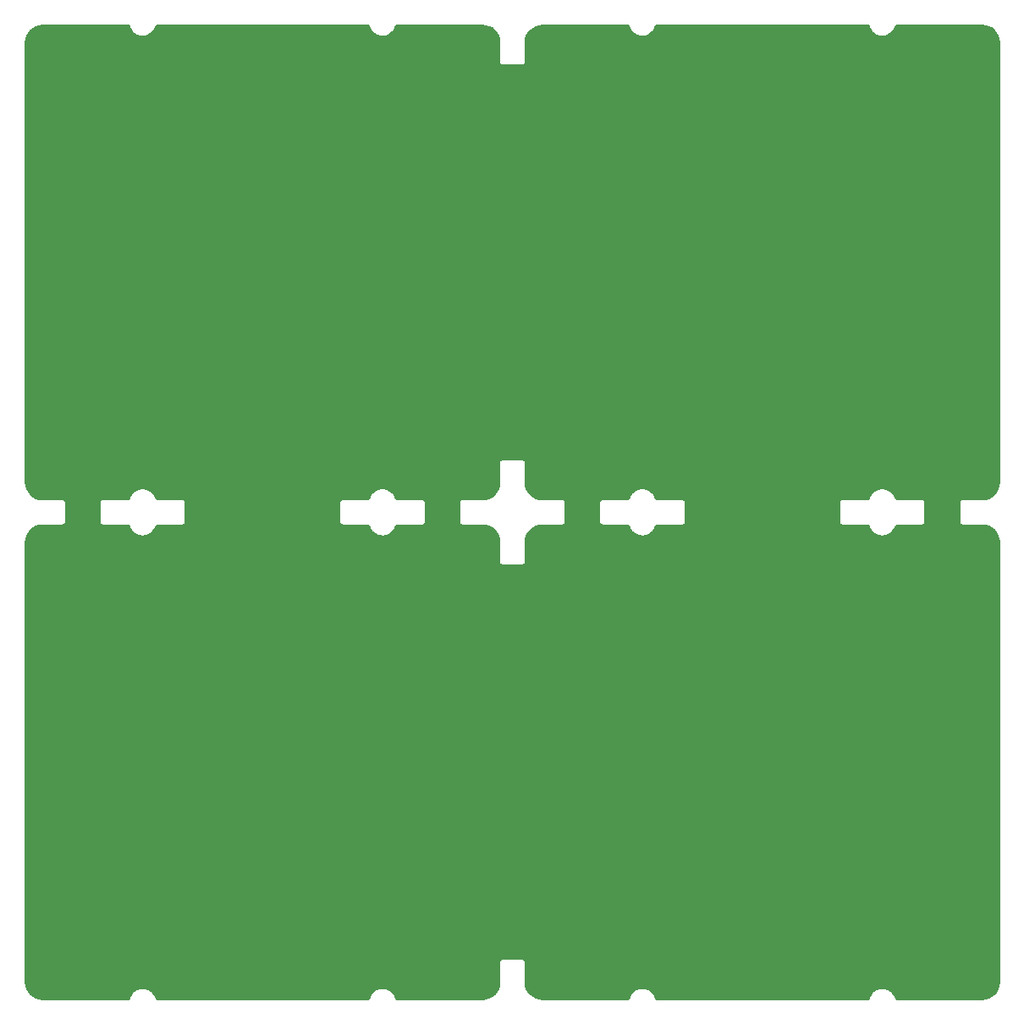
<source format=gbr>
%TF.GenerationSoftware,KiCad,Pcbnew,5.1.8*%
%TF.CreationDate,2020-11-10T00:50:46+08:00*%
%TF.ProjectId,FMESC-1-A-v0.2,464d4553-432d-4312-9d41-2d76302e322e,v0.2*%
%TF.SameCoordinates,Original*%
%TF.FileFunction,Copper,L2,Bot*%
%TF.FilePolarity,Positive*%
%FSLAX46Y46*%
G04 Gerber Fmt 4.6, Leading zero omitted, Abs format (unit mm)*
G04 Created by KiCad (PCBNEW 5.1.8) date 2020-11-10 00:50:46*
%MOMM*%
%LPD*%
G01*
G04 APERTURE LIST*
%TA.AperFunction,SMDPad,CuDef*%
%ADD10R,16.000000X4.000000*%
%TD*%
%TA.AperFunction,ViaPad*%
%ADD11C,1.000000*%
%TD*%
%TA.AperFunction,Conductor*%
%ADD12C,1.000000*%
%TD*%
%TA.AperFunction,Conductor*%
%ADD13C,0.254000*%
%TD*%
%TA.AperFunction,Conductor*%
%ADD14C,0.100000*%
%TD*%
G04 APERTURE END LIST*
D10*
%TO.P,JG0,1*%
%TO.N,GND*%
X115000000Y-136500000D03*
%TD*%
%TO.P,JG0,1*%
%TO.N,GND*%
X65000000Y-136500000D03*
%TD*%
%TO.P,JG0,1*%
%TO.N,GND*%
X115000000Y-86500000D03*
%TD*%
%TO.P,JG0,1*%
%TO.N,GND*%
X65000000Y-86500000D03*
%TD*%
D11*
%TO.N,GND*%
X87839990Y-86000000D03*
X42160010Y-86000000D03*
X87839990Y-43012978D03*
X42160010Y-43013003D03*
X42160010Y-80339990D03*
X42160010Y-81339990D03*
X42160010Y-82339990D03*
X42160010Y-73339990D03*
X42160010Y-74339990D03*
X42160010Y-75339990D03*
X42160010Y-66339990D03*
X42160010Y-67339990D03*
X42160010Y-68339990D03*
X42160010Y-59339990D03*
X42160010Y-60339990D03*
X42160010Y-61339990D03*
X42160010Y-52339990D03*
X42160010Y-53339990D03*
X42160010Y-54339990D03*
X42160010Y-45339990D03*
X42160010Y-46339990D03*
X42160010Y-47339990D03*
X87839990Y-84660010D03*
X87839990Y-83660010D03*
X87839990Y-82660010D03*
X87839990Y-77660010D03*
X87839990Y-76660010D03*
X87839990Y-75660010D03*
X87839990Y-70660010D03*
X87839990Y-69660010D03*
X87839990Y-68660010D03*
X87839990Y-63660010D03*
X87839990Y-62660010D03*
X87839990Y-61660010D03*
X87839990Y-56660010D03*
X87839990Y-55660010D03*
X87839990Y-54660010D03*
X87839990Y-49660010D03*
X87839990Y-48660010D03*
X87839990Y-47660010D03*
X67500000Y-44500000D03*
X137839990Y-70660010D03*
X87839990Y-120660010D03*
X137839990Y-120660010D03*
X137839990Y-63660010D03*
X87839990Y-113660010D03*
X137839990Y-113660010D03*
X92160010Y-75339990D03*
X42160010Y-125339990D03*
X92160010Y-125339990D03*
X92160010Y-66339990D03*
X42160010Y-116339990D03*
X92160010Y-116339990D03*
X92160010Y-59339990D03*
X42160010Y-109339990D03*
X92160010Y-109339990D03*
X92160010Y-60339990D03*
X42160010Y-110339990D03*
X92160010Y-110339990D03*
X92160010Y-53339990D03*
X42160010Y-103339990D03*
X92160010Y-103339990D03*
X137839990Y-47660010D03*
X87839990Y-97660010D03*
X137839990Y-97660010D03*
X92160010Y-73339990D03*
X42160010Y-123339990D03*
X92160010Y-123339990D03*
X137839990Y-86000000D03*
X87839990Y-136000000D03*
X137839990Y-136000000D03*
X137839990Y-84660010D03*
X87839990Y-134660010D03*
X137839990Y-134660010D03*
X137839990Y-69660010D03*
X87839990Y-119660010D03*
X137839990Y-119660010D03*
X92160010Y-86000000D03*
X42160010Y-136000000D03*
X92160010Y-136000000D03*
X92160010Y-68339990D03*
X42160010Y-118339990D03*
X92160010Y-118339990D03*
X137839990Y-49660010D03*
X87839990Y-99660010D03*
X137839990Y-99660010D03*
X92160010Y-47339990D03*
X42160010Y-97339990D03*
X92160010Y-97339990D03*
X92160010Y-46339990D03*
X42160010Y-96339990D03*
X92160010Y-96339990D03*
X92160010Y-54339990D03*
X42160010Y-104339990D03*
X92160010Y-104339990D03*
X137839990Y-68660010D03*
X87839990Y-118660010D03*
X137839990Y-118660010D03*
X137839990Y-43012978D03*
X87839990Y-93012978D03*
X137839990Y-93012978D03*
X92160010Y-61339990D03*
X42160010Y-111339990D03*
X92160010Y-111339990D03*
X137839990Y-75660010D03*
X87839990Y-125660010D03*
X137839990Y-125660010D03*
X92160010Y-45339990D03*
X42160010Y-95339990D03*
X92160010Y-95339990D03*
X137839990Y-76660010D03*
X87839990Y-126660010D03*
X137839990Y-126660010D03*
X137839990Y-55660010D03*
X87839990Y-105660010D03*
X137839990Y-105660010D03*
X92160010Y-81339990D03*
X42160010Y-131339990D03*
X92160010Y-131339990D03*
X92160010Y-80339990D03*
X42160010Y-130339990D03*
X92160010Y-130339990D03*
X117500000Y-44500000D03*
X67500000Y-94500000D03*
X117500000Y-94500000D03*
X137839990Y-61660010D03*
X87839990Y-111660010D03*
X137839990Y-111660010D03*
X92160010Y-82339990D03*
X42160010Y-132339990D03*
X92160010Y-132339990D03*
X92160010Y-43013003D03*
X42160010Y-93013003D03*
X92160010Y-93013003D03*
X137839990Y-82660010D03*
X87839990Y-132660010D03*
X137839990Y-132660010D03*
X137839990Y-48660010D03*
X87839990Y-98660010D03*
X137839990Y-98660010D03*
X92160010Y-52339990D03*
X42160010Y-102339990D03*
X92160010Y-102339990D03*
X137839990Y-56660010D03*
X87839990Y-106660010D03*
X137839990Y-106660010D03*
X92160010Y-67339990D03*
X42160010Y-117339990D03*
X92160010Y-117339990D03*
X137839990Y-83660010D03*
X87839990Y-133660010D03*
X137839990Y-133660010D03*
X92160010Y-74339990D03*
X42160010Y-124339990D03*
X92160010Y-124339990D03*
X137839990Y-54660010D03*
X87839990Y-104660010D03*
X137839990Y-104660010D03*
X137839990Y-77660010D03*
X87839990Y-127660010D03*
X137839990Y-127660010D03*
X137839990Y-62660010D03*
X87839990Y-112660010D03*
X137839990Y-112660010D03*
%TD*%
D12*
%TO.N,GND*%
X42160010Y-86000000D02*
X58100000Y-86000000D01*
X87839990Y-86000000D02*
X72100000Y-86000000D01*
X87839990Y-43012978D02*
X87839990Y-43012978D01*
X42160010Y-43013003D02*
X42160010Y-43013003D01*
X42160010Y-86000000D02*
X42160010Y-43013003D01*
X87839990Y-86000000D02*
X87839990Y-43012978D01*
X137839990Y-86000000D02*
X122100000Y-86000000D01*
X87839990Y-136000000D02*
X72100000Y-136000000D01*
X137839990Y-136000000D02*
X122100000Y-136000000D01*
X137839990Y-43012978D02*
X137839990Y-43012978D01*
X87839990Y-93012978D02*
X87839990Y-93012978D01*
X137839990Y-93012978D02*
X137839990Y-93012978D01*
X92160010Y-43013003D02*
X92160010Y-43013003D01*
X42160010Y-93013003D02*
X42160010Y-93013003D01*
X92160010Y-93013003D02*
X92160010Y-93013003D01*
X92160010Y-86000000D02*
X92160010Y-43013003D01*
X42160010Y-136000000D02*
X42160010Y-93013003D01*
X92160010Y-136000000D02*
X92160010Y-93013003D01*
X137839990Y-86000000D02*
X137839990Y-43012978D01*
X87839990Y-136000000D02*
X87839990Y-93012978D01*
X137839990Y-136000000D02*
X137839990Y-93012978D01*
X92160010Y-86000000D02*
X108100000Y-86000000D01*
X42160010Y-136000000D02*
X58100000Y-136000000D01*
X92160010Y-136000000D02*
X108100000Y-136000000D01*
%TD*%
D13*
%TO.N,GND*%
X51667726Y-41535234D02*
X51679758Y-41563307D01*
X51691398Y-41591548D01*
X51693635Y-41595687D01*
X51797060Y-41783815D01*
X51814314Y-41809014D01*
X51831219Y-41834458D01*
X51834218Y-41838083D01*
X51972213Y-42002539D01*
X51994021Y-42023896D01*
X52015558Y-42045583D01*
X52019204Y-42048557D01*
X52186514Y-42183077D01*
X52212050Y-42199787D01*
X52237396Y-42216883D01*
X52241550Y-42219092D01*
X52431804Y-42318553D01*
X52460085Y-42329979D01*
X52488279Y-42341831D01*
X52492784Y-42343191D01*
X52698732Y-42403805D01*
X52728733Y-42409528D01*
X52758655Y-42415670D01*
X52763338Y-42416129D01*
X52977137Y-42435586D01*
X53007679Y-42435373D01*
X53038222Y-42435586D01*
X53042904Y-42435127D01*
X53042908Y-42435127D01*
X53256411Y-42412687D01*
X53286344Y-42406543D01*
X53316336Y-42400821D01*
X53320835Y-42399463D01*
X53320839Y-42399462D01*
X53320842Y-42399461D01*
X53525922Y-42335977D01*
X53554074Y-42324143D01*
X53582398Y-42312699D01*
X53586552Y-42310491D01*
X53775397Y-42208383D01*
X53800735Y-42191292D01*
X53826277Y-42174578D01*
X53829923Y-42171605D01*
X53995339Y-42034762D01*
X54016857Y-42013093D01*
X54038686Y-41991717D01*
X54041685Y-41988091D01*
X54177370Y-41821724D01*
X54194275Y-41796280D01*
X54211528Y-41771082D01*
X54213766Y-41766943D01*
X54314554Y-41577390D01*
X54326187Y-41549165D01*
X54338226Y-41521076D01*
X54339618Y-41516581D01*
X54393837Y-41337000D01*
X75604843Y-41337000D01*
X75667726Y-41535234D01*
X75679758Y-41563307D01*
X75691398Y-41591548D01*
X75693635Y-41595687D01*
X75797060Y-41783815D01*
X75814314Y-41809014D01*
X75831219Y-41834458D01*
X75834218Y-41838083D01*
X75972213Y-42002539D01*
X75994021Y-42023896D01*
X76015558Y-42045583D01*
X76019204Y-42048557D01*
X76186514Y-42183077D01*
X76212050Y-42199787D01*
X76237396Y-42216883D01*
X76241550Y-42219092D01*
X76431804Y-42318553D01*
X76460085Y-42329979D01*
X76488279Y-42341831D01*
X76492784Y-42343191D01*
X76698732Y-42403805D01*
X76728733Y-42409528D01*
X76758655Y-42415670D01*
X76763338Y-42416129D01*
X76977137Y-42435586D01*
X77007679Y-42435373D01*
X77038222Y-42435586D01*
X77042904Y-42435127D01*
X77042908Y-42435127D01*
X77256411Y-42412687D01*
X77286344Y-42406543D01*
X77316336Y-42400821D01*
X77320835Y-42399463D01*
X77320839Y-42399462D01*
X77320842Y-42399461D01*
X77525922Y-42335977D01*
X77554074Y-42324143D01*
X77582398Y-42312699D01*
X77586552Y-42310491D01*
X77775397Y-42208383D01*
X77800735Y-42191292D01*
X77826277Y-42174578D01*
X77829923Y-42171605D01*
X77995339Y-42034762D01*
X78016857Y-42013093D01*
X78038686Y-41991717D01*
X78041685Y-41988091D01*
X78177370Y-41821724D01*
X78194275Y-41796280D01*
X78211528Y-41771082D01*
X78213766Y-41766943D01*
X78314554Y-41577390D01*
X78326187Y-41549165D01*
X78338226Y-41521076D01*
X78339618Y-41516581D01*
X78393837Y-41337000D01*
X86983514Y-41337000D01*
X87322698Y-41370258D01*
X87633107Y-41463975D01*
X87919397Y-41616199D01*
X88170667Y-41821130D01*
X88377349Y-42070965D01*
X88531568Y-42356188D01*
X88627450Y-42665932D01*
X88663000Y-43004166D01*
X88663001Y-44983441D01*
X88661370Y-45000000D01*
X88667877Y-45066063D01*
X88687147Y-45129588D01*
X88718439Y-45188133D01*
X88760552Y-45239448D01*
X88811867Y-45281561D01*
X88870412Y-45312853D01*
X88933937Y-45332123D01*
X88983451Y-45337000D01*
X88983452Y-45337000D01*
X89000000Y-45338630D01*
X89016549Y-45337000D01*
X90983452Y-45337000D01*
X91000000Y-45338630D01*
X91066063Y-45332123D01*
X91129588Y-45312853D01*
X91188133Y-45281561D01*
X91239448Y-45239448D01*
X91281561Y-45188133D01*
X91312853Y-45129588D01*
X91332123Y-45066063D01*
X91337000Y-45016549D01*
X91338630Y-45000000D01*
X91337000Y-44983451D01*
X91337000Y-43016486D01*
X91370258Y-42677302D01*
X91463975Y-42366893D01*
X91616199Y-42080603D01*
X91821130Y-41829333D01*
X92070965Y-41622651D01*
X92356188Y-41468432D01*
X92665932Y-41372550D01*
X93004166Y-41337000D01*
X101604843Y-41337000D01*
X101667726Y-41535234D01*
X101679758Y-41563307D01*
X101691398Y-41591548D01*
X101693635Y-41595687D01*
X101797060Y-41783815D01*
X101814314Y-41809014D01*
X101831219Y-41834458D01*
X101834218Y-41838083D01*
X101972213Y-42002539D01*
X101994021Y-42023896D01*
X102015558Y-42045583D01*
X102019204Y-42048557D01*
X102186514Y-42183077D01*
X102212050Y-42199787D01*
X102237396Y-42216883D01*
X102241550Y-42219092D01*
X102431804Y-42318553D01*
X102460085Y-42329979D01*
X102488279Y-42341831D01*
X102492784Y-42343191D01*
X102698732Y-42403805D01*
X102728733Y-42409528D01*
X102758655Y-42415670D01*
X102763338Y-42416129D01*
X102977137Y-42435586D01*
X103007679Y-42435373D01*
X103038222Y-42435586D01*
X103042904Y-42435127D01*
X103042908Y-42435127D01*
X103256411Y-42412687D01*
X103286344Y-42406543D01*
X103316336Y-42400821D01*
X103320835Y-42399463D01*
X103320839Y-42399462D01*
X103320842Y-42399461D01*
X103525922Y-42335977D01*
X103554074Y-42324143D01*
X103582398Y-42312699D01*
X103586552Y-42310491D01*
X103775397Y-42208383D01*
X103800735Y-42191292D01*
X103826277Y-42174578D01*
X103829923Y-42171605D01*
X103995339Y-42034762D01*
X104016857Y-42013093D01*
X104038686Y-41991717D01*
X104041685Y-41988091D01*
X104177370Y-41821724D01*
X104194275Y-41796280D01*
X104211528Y-41771082D01*
X104213766Y-41766943D01*
X104314554Y-41577390D01*
X104326187Y-41549165D01*
X104338226Y-41521076D01*
X104339618Y-41516581D01*
X104393837Y-41337000D01*
X125604843Y-41337000D01*
X125667726Y-41535234D01*
X125679758Y-41563307D01*
X125691398Y-41591548D01*
X125693635Y-41595687D01*
X125797060Y-41783815D01*
X125814314Y-41809014D01*
X125831219Y-41834458D01*
X125834218Y-41838083D01*
X125972213Y-42002539D01*
X125994021Y-42023896D01*
X126015558Y-42045583D01*
X126019204Y-42048557D01*
X126186514Y-42183077D01*
X126212050Y-42199787D01*
X126237396Y-42216883D01*
X126241550Y-42219092D01*
X126431804Y-42318553D01*
X126460085Y-42329979D01*
X126488279Y-42341831D01*
X126492784Y-42343191D01*
X126698732Y-42403805D01*
X126728733Y-42409528D01*
X126758655Y-42415670D01*
X126763338Y-42416129D01*
X126977137Y-42435586D01*
X127007679Y-42435373D01*
X127038222Y-42435586D01*
X127042904Y-42435127D01*
X127042908Y-42435127D01*
X127256411Y-42412687D01*
X127286344Y-42406543D01*
X127316336Y-42400821D01*
X127320835Y-42399463D01*
X127320839Y-42399462D01*
X127320842Y-42399461D01*
X127525922Y-42335977D01*
X127554074Y-42324143D01*
X127582398Y-42312699D01*
X127586552Y-42310491D01*
X127775397Y-42208383D01*
X127800735Y-42191292D01*
X127826277Y-42174578D01*
X127829923Y-42171605D01*
X127995339Y-42034762D01*
X128016857Y-42013093D01*
X128038686Y-41991717D01*
X128041685Y-41988091D01*
X128177370Y-41821724D01*
X128194275Y-41796280D01*
X128211528Y-41771082D01*
X128213766Y-41766943D01*
X128314554Y-41577390D01*
X128326187Y-41549165D01*
X128338226Y-41521076D01*
X128339618Y-41516581D01*
X128393837Y-41337000D01*
X136983514Y-41337000D01*
X137322698Y-41370258D01*
X137633107Y-41463975D01*
X137919397Y-41616199D01*
X138170667Y-41821130D01*
X138377349Y-42070965D01*
X138531568Y-42356188D01*
X138627450Y-42665932D01*
X138663000Y-43004166D01*
X138663001Y-44983442D01*
X138663000Y-44983452D01*
X138663001Y-84983451D01*
X138663000Y-86983513D01*
X138629742Y-87322699D01*
X138536025Y-87633107D01*
X138383802Y-87919395D01*
X138178869Y-88170667D01*
X137929035Y-88377349D01*
X137643812Y-88531568D01*
X137334067Y-88627450D01*
X136995834Y-88663000D01*
X135016548Y-88663000D01*
X135000000Y-88661370D01*
X134983451Y-88663000D01*
X134933937Y-88667877D01*
X134870412Y-88687147D01*
X134811867Y-88718439D01*
X134760552Y-88760552D01*
X134718439Y-88811867D01*
X134687147Y-88870412D01*
X134667877Y-88933937D01*
X134661370Y-89000000D01*
X134663000Y-89016549D01*
X134663001Y-90983441D01*
X134661370Y-91000000D01*
X134667877Y-91066063D01*
X134687147Y-91129588D01*
X134718439Y-91188133D01*
X134760552Y-91239448D01*
X134811867Y-91281561D01*
X134870412Y-91312853D01*
X134933937Y-91332123D01*
X134983451Y-91337000D01*
X134983452Y-91337000D01*
X135000000Y-91338630D01*
X135016549Y-91337000D01*
X136983514Y-91337000D01*
X137322698Y-91370258D01*
X137633107Y-91463975D01*
X137919397Y-91616199D01*
X138170667Y-91821130D01*
X138377349Y-92070965D01*
X138531568Y-92356188D01*
X138627450Y-92665932D01*
X138663000Y-93004166D01*
X138663001Y-94983442D01*
X138663000Y-94983452D01*
X138663001Y-134983451D01*
X138663000Y-136983513D01*
X138629742Y-137322699D01*
X138536025Y-137633107D01*
X138383802Y-137919395D01*
X138178869Y-138170667D01*
X137929035Y-138377349D01*
X137643812Y-138531568D01*
X137334067Y-138627450D01*
X136995834Y-138663000D01*
X128395157Y-138663000D01*
X128332274Y-138464766D01*
X128320237Y-138436681D01*
X128308602Y-138408452D01*
X128306365Y-138404314D01*
X128306365Y-138404313D01*
X128306362Y-138404309D01*
X128202941Y-138216185D01*
X128185668Y-138190960D01*
X128168781Y-138165542D01*
X128165782Y-138161916D01*
X128027787Y-137997461D01*
X128005962Y-137976088D01*
X127984442Y-137954417D01*
X127980801Y-137951448D01*
X127980796Y-137951443D01*
X127980791Y-137951439D01*
X127813486Y-137816922D01*
X127787900Y-137800179D01*
X127762604Y-137783117D01*
X127758455Y-137780911D01*
X127758451Y-137780908D01*
X127758447Y-137780906D01*
X127568197Y-137681447D01*
X127539914Y-137670020D01*
X127511721Y-137658169D01*
X127507217Y-137656809D01*
X127301268Y-137596195D01*
X127271274Y-137590473D01*
X127241345Y-137584330D01*
X127236662Y-137583871D01*
X127022864Y-137564414D01*
X126992321Y-137564627D01*
X126961778Y-137564414D01*
X126957096Y-137564873D01*
X126957094Y-137564873D01*
X126743589Y-137587313D01*
X126713663Y-137593456D01*
X126683663Y-137599179D01*
X126679165Y-137600537D01*
X126679161Y-137600538D01*
X126679158Y-137600539D01*
X126679159Y-137600539D01*
X126474078Y-137664023D01*
X126445914Y-137675862D01*
X126417602Y-137687301D01*
X126413448Y-137689509D01*
X126224603Y-137791617D01*
X126199265Y-137808708D01*
X126173723Y-137825422D01*
X126170077Y-137828395D01*
X126004661Y-137965238D01*
X125983106Y-137986943D01*
X125961314Y-138008284D01*
X125958320Y-138011903D01*
X125958316Y-138011907D01*
X125958315Y-138011909D01*
X125822630Y-138178276D01*
X125805715Y-138203735D01*
X125788472Y-138228918D01*
X125786234Y-138233057D01*
X125685446Y-138422611D01*
X125673800Y-138450866D01*
X125661774Y-138478924D01*
X125660382Y-138483419D01*
X125606163Y-138663000D01*
X104395157Y-138663000D01*
X104332274Y-138464766D01*
X104320237Y-138436681D01*
X104308602Y-138408452D01*
X104306365Y-138404314D01*
X104306365Y-138404313D01*
X104306362Y-138404309D01*
X104202941Y-138216185D01*
X104185668Y-138190960D01*
X104168781Y-138165542D01*
X104165782Y-138161916D01*
X104027787Y-137997461D01*
X104005962Y-137976088D01*
X103984442Y-137954417D01*
X103980801Y-137951448D01*
X103980796Y-137951443D01*
X103980791Y-137951439D01*
X103813486Y-137816922D01*
X103787900Y-137800179D01*
X103762604Y-137783117D01*
X103758455Y-137780911D01*
X103758451Y-137780908D01*
X103758447Y-137780906D01*
X103568197Y-137681447D01*
X103539914Y-137670020D01*
X103511721Y-137658169D01*
X103507217Y-137656809D01*
X103301268Y-137596195D01*
X103271274Y-137590473D01*
X103241345Y-137584330D01*
X103236662Y-137583871D01*
X103022864Y-137564414D01*
X102992321Y-137564627D01*
X102961778Y-137564414D01*
X102957096Y-137564873D01*
X102957094Y-137564873D01*
X102743589Y-137587313D01*
X102713663Y-137593456D01*
X102683663Y-137599179D01*
X102679165Y-137600537D01*
X102679161Y-137600538D01*
X102679158Y-137600539D01*
X102679159Y-137600539D01*
X102474078Y-137664023D01*
X102445914Y-137675862D01*
X102417602Y-137687301D01*
X102413448Y-137689509D01*
X102224603Y-137791617D01*
X102199265Y-137808708D01*
X102173723Y-137825422D01*
X102170077Y-137828395D01*
X102004661Y-137965238D01*
X101983106Y-137986943D01*
X101961314Y-138008284D01*
X101958320Y-138011903D01*
X101958316Y-138011907D01*
X101958315Y-138011909D01*
X101822630Y-138178276D01*
X101805715Y-138203735D01*
X101788472Y-138228918D01*
X101786234Y-138233057D01*
X101685446Y-138422611D01*
X101673800Y-138450866D01*
X101661774Y-138478924D01*
X101660382Y-138483419D01*
X101606163Y-138663000D01*
X93016486Y-138663000D01*
X92677301Y-138629742D01*
X92366893Y-138536025D01*
X92080605Y-138383802D01*
X91829333Y-138178869D01*
X91622651Y-137929035D01*
X91468432Y-137643812D01*
X91372550Y-137334067D01*
X91337000Y-136995834D01*
X91337000Y-135016548D01*
X91338630Y-135000000D01*
X91332123Y-134933937D01*
X91312853Y-134870412D01*
X91281561Y-134811867D01*
X91239448Y-134760552D01*
X91188133Y-134718439D01*
X91129588Y-134687147D01*
X91066063Y-134667877D01*
X91016549Y-134663000D01*
X91000000Y-134661370D01*
X90983452Y-134663000D01*
X89016549Y-134663000D01*
X89000000Y-134661370D01*
X88983452Y-134663000D01*
X88983451Y-134663000D01*
X88933937Y-134667877D01*
X88870412Y-134687147D01*
X88811867Y-134718439D01*
X88760552Y-134760552D01*
X88718439Y-134811867D01*
X88687147Y-134870412D01*
X88667877Y-134933937D01*
X88661370Y-135000000D01*
X88663001Y-135016559D01*
X88663000Y-136983513D01*
X88629742Y-137322699D01*
X88536025Y-137633107D01*
X88383802Y-137919395D01*
X88178869Y-138170667D01*
X87929035Y-138377349D01*
X87643812Y-138531568D01*
X87334067Y-138627450D01*
X86995834Y-138663000D01*
X78395157Y-138663000D01*
X78332274Y-138464766D01*
X78320237Y-138436681D01*
X78308602Y-138408452D01*
X78306365Y-138404314D01*
X78306365Y-138404313D01*
X78306362Y-138404309D01*
X78202941Y-138216185D01*
X78185668Y-138190960D01*
X78168781Y-138165542D01*
X78165782Y-138161916D01*
X78027787Y-137997461D01*
X78005962Y-137976088D01*
X77984442Y-137954417D01*
X77980801Y-137951448D01*
X77980796Y-137951443D01*
X77980791Y-137951439D01*
X77813486Y-137816922D01*
X77787900Y-137800179D01*
X77762604Y-137783117D01*
X77758455Y-137780911D01*
X77758451Y-137780908D01*
X77758447Y-137780906D01*
X77568197Y-137681447D01*
X77539914Y-137670020D01*
X77511721Y-137658169D01*
X77507217Y-137656809D01*
X77301268Y-137596195D01*
X77271274Y-137590473D01*
X77241345Y-137584330D01*
X77236662Y-137583871D01*
X77022864Y-137564414D01*
X76992321Y-137564627D01*
X76961778Y-137564414D01*
X76957096Y-137564873D01*
X76957094Y-137564873D01*
X76743589Y-137587313D01*
X76713663Y-137593456D01*
X76683663Y-137599179D01*
X76679165Y-137600537D01*
X76679161Y-137600538D01*
X76679158Y-137600539D01*
X76679159Y-137600539D01*
X76474078Y-137664023D01*
X76445914Y-137675862D01*
X76417602Y-137687301D01*
X76413448Y-137689509D01*
X76224603Y-137791617D01*
X76199265Y-137808708D01*
X76173723Y-137825422D01*
X76170077Y-137828395D01*
X76004661Y-137965238D01*
X75983106Y-137986943D01*
X75961314Y-138008284D01*
X75958320Y-138011903D01*
X75958316Y-138011907D01*
X75958315Y-138011909D01*
X75822630Y-138178276D01*
X75805715Y-138203735D01*
X75788472Y-138228918D01*
X75786234Y-138233057D01*
X75685446Y-138422611D01*
X75673800Y-138450866D01*
X75661774Y-138478924D01*
X75660382Y-138483419D01*
X75606163Y-138663000D01*
X54395157Y-138663000D01*
X54332274Y-138464766D01*
X54320237Y-138436681D01*
X54308602Y-138408452D01*
X54306365Y-138404314D01*
X54306365Y-138404313D01*
X54306362Y-138404309D01*
X54202941Y-138216185D01*
X54185668Y-138190960D01*
X54168781Y-138165542D01*
X54165782Y-138161916D01*
X54027787Y-137997461D01*
X54005962Y-137976088D01*
X53984442Y-137954417D01*
X53980801Y-137951448D01*
X53980796Y-137951443D01*
X53980791Y-137951439D01*
X53813486Y-137816922D01*
X53787900Y-137800179D01*
X53762604Y-137783117D01*
X53758455Y-137780911D01*
X53758451Y-137780908D01*
X53758447Y-137780906D01*
X53568197Y-137681447D01*
X53539914Y-137670020D01*
X53511721Y-137658169D01*
X53507217Y-137656809D01*
X53301268Y-137596195D01*
X53271274Y-137590473D01*
X53241345Y-137584330D01*
X53236662Y-137583871D01*
X53022864Y-137564414D01*
X52992321Y-137564627D01*
X52961778Y-137564414D01*
X52957096Y-137564873D01*
X52957094Y-137564873D01*
X52743589Y-137587313D01*
X52713663Y-137593456D01*
X52683663Y-137599179D01*
X52679165Y-137600537D01*
X52679161Y-137600538D01*
X52679158Y-137600539D01*
X52679159Y-137600539D01*
X52474078Y-137664023D01*
X52445914Y-137675862D01*
X52417602Y-137687301D01*
X52413448Y-137689509D01*
X52224603Y-137791617D01*
X52199265Y-137808708D01*
X52173723Y-137825422D01*
X52170077Y-137828395D01*
X52004661Y-137965238D01*
X51983106Y-137986943D01*
X51961314Y-138008284D01*
X51958320Y-138011903D01*
X51958316Y-138011907D01*
X51958315Y-138011909D01*
X51822630Y-138178276D01*
X51805715Y-138203735D01*
X51788472Y-138228918D01*
X51786234Y-138233057D01*
X51685446Y-138422611D01*
X51673800Y-138450866D01*
X51661774Y-138478924D01*
X51660382Y-138483419D01*
X51606163Y-138663000D01*
X43016486Y-138663000D01*
X42677301Y-138629742D01*
X42366893Y-138536025D01*
X42080605Y-138383802D01*
X41829333Y-138178869D01*
X41622651Y-137929035D01*
X41468432Y-137643812D01*
X41372550Y-137334067D01*
X41337000Y-136995834D01*
X41337000Y-93016486D01*
X41370258Y-92677302D01*
X41463975Y-92366893D01*
X41616199Y-92080603D01*
X41821130Y-91829333D01*
X42070965Y-91622651D01*
X42356188Y-91468432D01*
X42665932Y-91372550D01*
X43004166Y-91337000D01*
X44983452Y-91337000D01*
X45000000Y-91338630D01*
X45066063Y-91332123D01*
X45129588Y-91312853D01*
X45188133Y-91281561D01*
X45239448Y-91239448D01*
X45281561Y-91188133D01*
X45312853Y-91129588D01*
X45332123Y-91066063D01*
X45337000Y-91016549D01*
X45338630Y-91000000D01*
X45337000Y-90983451D01*
X45337000Y-89016549D01*
X45338630Y-89000000D01*
X48661370Y-89000000D01*
X48663000Y-89016549D01*
X48663001Y-90983441D01*
X48661370Y-91000000D01*
X48667877Y-91066063D01*
X48687147Y-91129588D01*
X48718439Y-91188133D01*
X48760552Y-91239448D01*
X48811867Y-91281561D01*
X48870412Y-91312853D01*
X48933937Y-91332123D01*
X48983451Y-91337000D01*
X48983452Y-91337000D01*
X49000000Y-91338630D01*
X49016549Y-91337000D01*
X51604843Y-91337000D01*
X51667726Y-91535234D01*
X51679758Y-91563307D01*
X51691398Y-91591548D01*
X51693635Y-91595687D01*
X51797060Y-91783815D01*
X51814314Y-91809014D01*
X51831219Y-91834458D01*
X51834218Y-91838083D01*
X51972213Y-92002539D01*
X51994021Y-92023896D01*
X52015558Y-92045583D01*
X52019204Y-92048557D01*
X52186514Y-92183077D01*
X52212050Y-92199787D01*
X52237396Y-92216883D01*
X52241550Y-92219092D01*
X52431804Y-92318553D01*
X52460085Y-92329979D01*
X52488279Y-92341831D01*
X52492784Y-92343191D01*
X52698732Y-92403805D01*
X52728733Y-92409528D01*
X52758655Y-92415670D01*
X52763338Y-92416129D01*
X52977137Y-92435586D01*
X53007679Y-92435373D01*
X53038222Y-92435586D01*
X53042904Y-92435127D01*
X53042908Y-92435127D01*
X53256411Y-92412687D01*
X53286344Y-92406543D01*
X53316336Y-92400821D01*
X53320835Y-92399463D01*
X53320839Y-92399462D01*
X53320842Y-92399461D01*
X53525922Y-92335977D01*
X53554074Y-92324143D01*
X53582398Y-92312699D01*
X53586552Y-92310491D01*
X53775397Y-92208383D01*
X53800735Y-92191292D01*
X53826277Y-92174578D01*
X53829923Y-92171605D01*
X53995339Y-92034762D01*
X54016857Y-92013093D01*
X54038686Y-91991717D01*
X54041685Y-91988091D01*
X54177370Y-91821724D01*
X54194275Y-91796280D01*
X54211528Y-91771082D01*
X54213766Y-91766943D01*
X54314554Y-91577390D01*
X54326187Y-91549165D01*
X54338226Y-91521076D01*
X54339618Y-91516581D01*
X54393837Y-91337000D01*
X56983452Y-91337000D01*
X57000000Y-91338630D01*
X57066063Y-91332123D01*
X57129588Y-91312853D01*
X57188133Y-91281561D01*
X57239448Y-91239448D01*
X57281561Y-91188133D01*
X57312853Y-91129588D01*
X57332123Y-91066063D01*
X57337000Y-91016549D01*
X57338630Y-91000000D01*
X57337000Y-90983451D01*
X57337000Y-89016549D01*
X57338630Y-89000000D01*
X72661370Y-89000000D01*
X72663000Y-89016549D01*
X72663001Y-90983441D01*
X72661370Y-91000000D01*
X72667877Y-91066063D01*
X72687147Y-91129588D01*
X72718439Y-91188133D01*
X72760552Y-91239448D01*
X72811867Y-91281561D01*
X72870412Y-91312853D01*
X72933937Y-91332123D01*
X72983451Y-91337000D01*
X72983452Y-91337000D01*
X73000000Y-91338630D01*
X73016549Y-91337000D01*
X75604843Y-91337000D01*
X75667726Y-91535234D01*
X75679758Y-91563307D01*
X75691398Y-91591548D01*
X75693635Y-91595687D01*
X75797060Y-91783815D01*
X75814314Y-91809014D01*
X75831219Y-91834458D01*
X75834218Y-91838083D01*
X75972213Y-92002539D01*
X75994021Y-92023896D01*
X76015558Y-92045583D01*
X76019204Y-92048557D01*
X76186514Y-92183077D01*
X76212050Y-92199787D01*
X76237396Y-92216883D01*
X76241550Y-92219092D01*
X76431804Y-92318553D01*
X76460085Y-92329979D01*
X76488279Y-92341831D01*
X76492784Y-92343191D01*
X76698732Y-92403805D01*
X76728733Y-92409528D01*
X76758655Y-92415670D01*
X76763338Y-92416129D01*
X76977137Y-92435586D01*
X77007679Y-92435373D01*
X77038222Y-92435586D01*
X77042904Y-92435127D01*
X77042908Y-92435127D01*
X77256411Y-92412687D01*
X77286344Y-92406543D01*
X77316336Y-92400821D01*
X77320835Y-92399463D01*
X77320839Y-92399462D01*
X77320842Y-92399461D01*
X77525922Y-92335977D01*
X77554074Y-92324143D01*
X77582398Y-92312699D01*
X77586552Y-92310491D01*
X77775397Y-92208383D01*
X77800735Y-92191292D01*
X77826277Y-92174578D01*
X77829923Y-92171605D01*
X77995339Y-92034762D01*
X78016857Y-92013093D01*
X78038686Y-91991717D01*
X78041685Y-91988091D01*
X78177370Y-91821724D01*
X78194275Y-91796280D01*
X78211528Y-91771082D01*
X78213766Y-91766943D01*
X78314554Y-91577390D01*
X78326187Y-91549165D01*
X78338226Y-91521076D01*
X78339618Y-91516581D01*
X78393837Y-91337000D01*
X80983452Y-91337000D01*
X81000000Y-91338630D01*
X81066063Y-91332123D01*
X81129588Y-91312853D01*
X81188133Y-91281561D01*
X81239448Y-91239448D01*
X81281561Y-91188133D01*
X81312853Y-91129588D01*
X81332123Y-91066063D01*
X81337000Y-91016549D01*
X81338630Y-91000000D01*
X81337000Y-90983451D01*
X81337000Y-89016549D01*
X81338630Y-89000000D01*
X84661370Y-89000000D01*
X84663000Y-89016549D01*
X84663001Y-90983441D01*
X84661370Y-91000000D01*
X84667877Y-91066063D01*
X84687147Y-91129588D01*
X84718439Y-91188133D01*
X84760552Y-91239448D01*
X84811867Y-91281561D01*
X84870412Y-91312853D01*
X84933937Y-91332123D01*
X84983451Y-91337000D01*
X84983452Y-91337000D01*
X85000000Y-91338630D01*
X85016549Y-91337000D01*
X86983514Y-91337000D01*
X87322698Y-91370258D01*
X87633107Y-91463975D01*
X87919397Y-91616199D01*
X88170667Y-91821130D01*
X88377349Y-92070965D01*
X88531568Y-92356188D01*
X88627450Y-92665932D01*
X88663000Y-93004166D01*
X88663001Y-94983441D01*
X88661370Y-95000000D01*
X88667877Y-95066063D01*
X88687147Y-95129588D01*
X88718439Y-95188133D01*
X88760552Y-95239448D01*
X88811867Y-95281561D01*
X88870412Y-95312853D01*
X88933937Y-95332123D01*
X88983451Y-95337000D01*
X88983452Y-95337000D01*
X89000000Y-95338630D01*
X89016549Y-95337000D01*
X90983452Y-95337000D01*
X91000000Y-95338630D01*
X91066063Y-95332123D01*
X91129588Y-95312853D01*
X91188133Y-95281561D01*
X91239448Y-95239448D01*
X91281561Y-95188133D01*
X91312853Y-95129588D01*
X91332123Y-95066063D01*
X91337000Y-95016549D01*
X91338630Y-95000000D01*
X91337000Y-94983451D01*
X91337000Y-93016486D01*
X91370258Y-92677302D01*
X91463975Y-92366893D01*
X91616199Y-92080603D01*
X91821130Y-91829333D01*
X92070965Y-91622651D01*
X92356188Y-91468432D01*
X92665932Y-91372550D01*
X93004166Y-91337000D01*
X94983452Y-91337000D01*
X95000000Y-91338630D01*
X95066063Y-91332123D01*
X95129588Y-91312853D01*
X95188133Y-91281561D01*
X95239448Y-91239448D01*
X95281561Y-91188133D01*
X95312853Y-91129588D01*
X95332123Y-91066063D01*
X95337000Y-91016549D01*
X95338630Y-91000000D01*
X95337000Y-90983451D01*
X95337000Y-89016549D01*
X95338630Y-89000000D01*
X98661370Y-89000000D01*
X98663000Y-89016549D01*
X98663001Y-90983441D01*
X98661370Y-91000000D01*
X98667877Y-91066063D01*
X98687147Y-91129588D01*
X98718439Y-91188133D01*
X98760552Y-91239448D01*
X98811867Y-91281561D01*
X98870412Y-91312853D01*
X98933937Y-91332123D01*
X98983451Y-91337000D01*
X98983452Y-91337000D01*
X99000000Y-91338630D01*
X99016549Y-91337000D01*
X101604843Y-91337000D01*
X101667726Y-91535234D01*
X101679758Y-91563307D01*
X101691398Y-91591548D01*
X101693635Y-91595687D01*
X101797060Y-91783815D01*
X101814314Y-91809014D01*
X101831219Y-91834458D01*
X101834218Y-91838083D01*
X101972213Y-92002539D01*
X101994021Y-92023896D01*
X102015558Y-92045583D01*
X102019204Y-92048557D01*
X102186514Y-92183077D01*
X102212050Y-92199787D01*
X102237396Y-92216883D01*
X102241550Y-92219092D01*
X102431804Y-92318553D01*
X102460085Y-92329979D01*
X102488279Y-92341831D01*
X102492784Y-92343191D01*
X102698732Y-92403805D01*
X102728733Y-92409528D01*
X102758655Y-92415670D01*
X102763338Y-92416129D01*
X102977137Y-92435586D01*
X103007679Y-92435373D01*
X103038222Y-92435586D01*
X103042904Y-92435127D01*
X103042908Y-92435127D01*
X103256411Y-92412687D01*
X103286344Y-92406543D01*
X103316336Y-92400821D01*
X103320835Y-92399463D01*
X103320839Y-92399462D01*
X103320842Y-92399461D01*
X103525922Y-92335977D01*
X103554074Y-92324143D01*
X103582398Y-92312699D01*
X103586552Y-92310491D01*
X103775397Y-92208383D01*
X103800735Y-92191292D01*
X103826277Y-92174578D01*
X103829923Y-92171605D01*
X103995339Y-92034762D01*
X104016857Y-92013093D01*
X104038686Y-91991717D01*
X104041685Y-91988091D01*
X104177370Y-91821724D01*
X104194275Y-91796280D01*
X104211528Y-91771082D01*
X104213766Y-91766943D01*
X104314554Y-91577390D01*
X104326187Y-91549165D01*
X104338226Y-91521076D01*
X104339618Y-91516581D01*
X104393837Y-91337000D01*
X106983452Y-91337000D01*
X107000000Y-91338630D01*
X107066063Y-91332123D01*
X107129588Y-91312853D01*
X107188133Y-91281561D01*
X107239448Y-91239448D01*
X107281561Y-91188133D01*
X107312853Y-91129588D01*
X107332123Y-91066063D01*
X107337000Y-91016549D01*
X107338630Y-91000000D01*
X107337000Y-90983451D01*
X107337000Y-89016549D01*
X107338630Y-89000000D01*
X122661370Y-89000000D01*
X122663000Y-89016549D01*
X122663001Y-90983441D01*
X122661370Y-91000000D01*
X122667877Y-91066063D01*
X122687147Y-91129588D01*
X122718439Y-91188133D01*
X122760552Y-91239448D01*
X122811867Y-91281561D01*
X122870412Y-91312853D01*
X122933937Y-91332123D01*
X122983451Y-91337000D01*
X122983452Y-91337000D01*
X123000000Y-91338630D01*
X123016549Y-91337000D01*
X125604843Y-91337000D01*
X125667726Y-91535234D01*
X125679758Y-91563307D01*
X125691398Y-91591548D01*
X125693635Y-91595687D01*
X125797060Y-91783815D01*
X125814314Y-91809014D01*
X125831219Y-91834458D01*
X125834218Y-91838083D01*
X125972213Y-92002539D01*
X125994021Y-92023896D01*
X126015558Y-92045583D01*
X126019204Y-92048557D01*
X126186514Y-92183077D01*
X126212050Y-92199787D01*
X126237396Y-92216883D01*
X126241550Y-92219092D01*
X126431804Y-92318553D01*
X126460085Y-92329979D01*
X126488279Y-92341831D01*
X126492784Y-92343191D01*
X126698732Y-92403805D01*
X126728733Y-92409528D01*
X126758655Y-92415670D01*
X126763338Y-92416129D01*
X126977137Y-92435586D01*
X127007679Y-92435373D01*
X127038222Y-92435586D01*
X127042904Y-92435127D01*
X127042908Y-92435127D01*
X127256411Y-92412687D01*
X127286344Y-92406543D01*
X127316336Y-92400821D01*
X127320835Y-92399463D01*
X127320839Y-92399462D01*
X127320842Y-92399461D01*
X127525922Y-92335977D01*
X127554074Y-92324143D01*
X127582398Y-92312699D01*
X127586552Y-92310491D01*
X127775397Y-92208383D01*
X127800735Y-92191292D01*
X127826277Y-92174578D01*
X127829923Y-92171605D01*
X127995339Y-92034762D01*
X128016857Y-92013093D01*
X128038686Y-91991717D01*
X128041685Y-91988091D01*
X128177370Y-91821724D01*
X128194275Y-91796280D01*
X128211528Y-91771082D01*
X128213766Y-91766943D01*
X128314554Y-91577390D01*
X128326187Y-91549165D01*
X128338226Y-91521076D01*
X128339618Y-91516581D01*
X128393837Y-91337000D01*
X130983452Y-91337000D01*
X131000000Y-91338630D01*
X131066063Y-91332123D01*
X131129588Y-91312853D01*
X131188133Y-91281561D01*
X131239448Y-91239448D01*
X131281561Y-91188133D01*
X131312853Y-91129588D01*
X131332123Y-91066063D01*
X131337000Y-91016549D01*
X131338630Y-91000000D01*
X131337000Y-90983451D01*
X131337000Y-89016549D01*
X131338630Y-89000000D01*
X131332123Y-88933937D01*
X131312853Y-88870412D01*
X131281561Y-88811867D01*
X131239448Y-88760552D01*
X131188133Y-88718439D01*
X131129588Y-88687147D01*
X131066063Y-88667877D01*
X131016549Y-88663000D01*
X131016548Y-88663000D01*
X131000000Y-88661370D01*
X130983451Y-88663000D01*
X128395157Y-88663000D01*
X128332274Y-88464766D01*
X128320237Y-88436681D01*
X128308602Y-88408452D01*
X128306365Y-88404314D01*
X128306365Y-88404313D01*
X128306362Y-88404309D01*
X128202941Y-88216185D01*
X128185668Y-88190960D01*
X128168781Y-88165542D01*
X128165782Y-88161916D01*
X128027787Y-87997461D01*
X128005962Y-87976088D01*
X127984442Y-87954417D01*
X127980801Y-87951448D01*
X127980796Y-87951443D01*
X127980791Y-87951439D01*
X127813486Y-87816922D01*
X127787900Y-87800179D01*
X127762604Y-87783117D01*
X127758455Y-87780911D01*
X127758451Y-87780908D01*
X127758447Y-87780906D01*
X127568197Y-87681447D01*
X127539914Y-87670020D01*
X127511721Y-87658169D01*
X127507217Y-87656809D01*
X127301268Y-87596195D01*
X127271274Y-87590473D01*
X127241345Y-87584330D01*
X127236662Y-87583871D01*
X127022864Y-87564414D01*
X126992321Y-87564627D01*
X126961778Y-87564414D01*
X126957096Y-87564873D01*
X126957094Y-87564873D01*
X126743589Y-87587313D01*
X126713663Y-87593456D01*
X126683663Y-87599179D01*
X126679165Y-87600537D01*
X126679161Y-87600538D01*
X126679158Y-87600539D01*
X126679159Y-87600539D01*
X126474078Y-87664023D01*
X126445914Y-87675862D01*
X126417602Y-87687301D01*
X126413448Y-87689509D01*
X126224603Y-87791617D01*
X126199265Y-87808708D01*
X126173723Y-87825422D01*
X126170077Y-87828395D01*
X126004661Y-87965238D01*
X125983106Y-87986943D01*
X125961314Y-88008284D01*
X125958320Y-88011903D01*
X125958316Y-88011907D01*
X125958315Y-88011909D01*
X125822630Y-88178276D01*
X125805715Y-88203735D01*
X125788472Y-88228918D01*
X125786234Y-88233057D01*
X125685446Y-88422611D01*
X125673800Y-88450866D01*
X125661774Y-88478924D01*
X125660382Y-88483419D01*
X125606163Y-88663000D01*
X123016548Y-88663000D01*
X123000000Y-88661370D01*
X122983451Y-88663000D01*
X122933937Y-88667877D01*
X122870412Y-88687147D01*
X122811867Y-88718439D01*
X122760552Y-88760552D01*
X122718439Y-88811867D01*
X122687147Y-88870412D01*
X122667877Y-88933937D01*
X122661370Y-89000000D01*
X107338630Y-89000000D01*
X107332123Y-88933937D01*
X107312853Y-88870412D01*
X107281561Y-88811867D01*
X107239448Y-88760552D01*
X107188133Y-88718439D01*
X107129588Y-88687147D01*
X107066063Y-88667877D01*
X107016549Y-88663000D01*
X107016548Y-88663000D01*
X107000000Y-88661370D01*
X106983451Y-88663000D01*
X104395157Y-88663000D01*
X104332274Y-88464766D01*
X104320237Y-88436681D01*
X104308602Y-88408452D01*
X104306365Y-88404314D01*
X104306365Y-88404313D01*
X104306362Y-88404309D01*
X104202941Y-88216185D01*
X104185668Y-88190960D01*
X104168781Y-88165542D01*
X104165782Y-88161916D01*
X104027787Y-87997461D01*
X104005962Y-87976088D01*
X103984442Y-87954417D01*
X103980801Y-87951448D01*
X103980796Y-87951443D01*
X103980791Y-87951439D01*
X103813486Y-87816922D01*
X103787900Y-87800179D01*
X103762604Y-87783117D01*
X103758455Y-87780911D01*
X103758451Y-87780908D01*
X103758447Y-87780906D01*
X103568197Y-87681447D01*
X103539914Y-87670020D01*
X103511721Y-87658169D01*
X103507217Y-87656809D01*
X103301268Y-87596195D01*
X103271274Y-87590473D01*
X103241345Y-87584330D01*
X103236662Y-87583871D01*
X103022864Y-87564414D01*
X102992321Y-87564627D01*
X102961778Y-87564414D01*
X102957096Y-87564873D01*
X102957094Y-87564873D01*
X102743589Y-87587313D01*
X102713663Y-87593456D01*
X102683663Y-87599179D01*
X102679165Y-87600537D01*
X102679161Y-87600538D01*
X102679158Y-87600539D01*
X102679159Y-87600539D01*
X102474078Y-87664023D01*
X102445914Y-87675862D01*
X102417602Y-87687301D01*
X102413448Y-87689509D01*
X102224603Y-87791617D01*
X102199265Y-87808708D01*
X102173723Y-87825422D01*
X102170077Y-87828395D01*
X102004661Y-87965238D01*
X101983106Y-87986943D01*
X101961314Y-88008284D01*
X101958320Y-88011903D01*
X101958316Y-88011907D01*
X101958315Y-88011909D01*
X101822630Y-88178276D01*
X101805715Y-88203735D01*
X101788472Y-88228918D01*
X101786234Y-88233057D01*
X101685446Y-88422611D01*
X101673800Y-88450866D01*
X101661774Y-88478924D01*
X101660382Y-88483419D01*
X101606163Y-88663000D01*
X99016548Y-88663000D01*
X99000000Y-88661370D01*
X98983451Y-88663000D01*
X98933937Y-88667877D01*
X98870412Y-88687147D01*
X98811867Y-88718439D01*
X98760552Y-88760552D01*
X98718439Y-88811867D01*
X98687147Y-88870412D01*
X98667877Y-88933937D01*
X98661370Y-89000000D01*
X95338630Y-89000000D01*
X95332123Y-88933937D01*
X95312853Y-88870412D01*
X95281561Y-88811867D01*
X95239448Y-88760552D01*
X95188133Y-88718439D01*
X95129588Y-88687147D01*
X95066063Y-88667877D01*
X95016549Y-88663000D01*
X95016548Y-88663000D01*
X95000000Y-88661370D01*
X94983451Y-88663000D01*
X93016486Y-88663000D01*
X92677301Y-88629742D01*
X92366893Y-88536025D01*
X92080605Y-88383802D01*
X91829333Y-88178869D01*
X91622651Y-87929035D01*
X91468432Y-87643812D01*
X91372550Y-87334067D01*
X91337000Y-86995834D01*
X91337000Y-85016548D01*
X91338630Y-85000000D01*
X91332123Y-84933937D01*
X91312853Y-84870412D01*
X91281561Y-84811867D01*
X91239448Y-84760552D01*
X91188133Y-84718439D01*
X91129588Y-84687147D01*
X91066063Y-84667877D01*
X91016549Y-84663000D01*
X91000000Y-84661370D01*
X90983452Y-84663000D01*
X89016549Y-84663000D01*
X89000000Y-84661370D01*
X88983452Y-84663000D01*
X88983451Y-84663000D01*
X88933937Y-84667877D01*
X88870412Y-84687147D01*
X88811867Y-84718439D01*
X88760552Y-84760552D01*
X88718439Y-84811867D01*
X88687147Y-84870412D01*
X88667877Y-84933937D01*
X88661370Y-85000000D01*
X88663001Y-85016559D01*
X88663000Y-86983513D01*
X88629742Y-87322699D01*
X88536025Y-87633107D01*
X88383802Y-87919395D01*
X88178869Y-88170667D01*
X87929035Y-88377349D01*
X87643812Y-88531568D01*
X87334067Y-88627450D01*
X86995834Y-88663000D01*
X85016548Y-88663000D01*
X85000000Y-88661370D01*
X84983451Y-88663000D01*
X84933937Y-88667877D01*
X84870412Y-88687147D01*
X84811867Y-88718439D01*
X84760552Y-88760552D01*
X84718439Y-88811867D01*
X84687147Y-88870412D01*
X84667877Y-88933937D01*
X84661370Y-89000000D01*
X81338630Y-89000000D01*
X81332123Y-88933937D01*
X81312853Y-88870412D01*
X81281561Y-88811867D01*
X81239448Y-88760552D01*
X81188133Y-88718439D01*
X81129588Y-88687147D01*
X81066063Y-88667877D01*
X81016549Y-88663000D01*
X81016548Y-88663000D01*
X81000000Y-88661370D01*
X80983451Y-88663000D01*
X78395157Y-88663000D01*
X78332274Y-88464766D01*
X78320237Y-88436681D01*
X78308602Y-88408452D01*
X78306365Y-88404314D01*
X78306365Y-88404313D01*
X78306362Y-88404309D01*
X78202941Y-88216185D01*
X78185668Y-88190960D01*
X78168781Y-88165542D01*
X78165782Y-88161916D01*
X78027787Y-87997461D01*
X78005962Y-87976088D01*
X77984442Y-87954417D01*
X77980801Y-87951448D01*
X77980796Y-87951443D01*
X77980791Y-87951439D01*
X77813486Y-87816922D01*
X77787900Y-87800179D01*
X77762604Y-87783117D01*
X77758455Y-87780911D01*
X77758451Y-87780908D01*
X77758447Y-87780906D01*
X77568197Y-87681447D01*
X77539914Y-87670020D01*
X77511721Y-87658169D01*
X77507217Y-87656809D01*
X77301268Y-87596195D01*
X77271274Y-87590473D01*
X77241345Y-87584330D01*
X77236662Y-87583871D01*
X77022864Y-87564414D01*
X76992321Y-87564627D01*
X76961778Y-87564414D01*
X76957096Y-87564873D01*
X76957094Y-87564873D01*
X76743589Y-87587313D01*
X76713663Y-87593456D01*
X76683663Y-87599179D01*
X76679165Y-87600537D01*
X76679161Y-87600538D01*
X76679158Y-87600539D01*
X76679159Y-87600539D01*
X76474078Y-87664023D01*
X76445914Y-87675862D01*
X76417602Y-87687301D01*
X76413448Y-87689509D01*
X76224603Y-87791617D01*
X76199265Y-87808708D01*
X76173723Y-87825422D01*
X76170077Y-87828395D01*
X76004661Y-87965238D01*
X75983106Y-87986943D01*
X75961314Y-88008284D01*
X75958320Y-88011903D01*
X75958316Y-88011907D01*
X75958315Y-88011909D01*
X75822630Y-88178276D01*
X75805715Y-88203735D01*
X75788472Y-88228918D01*
X75786234Y-88233057D01*
X75685446Y-88422611D01*
X75673800Y-88450866D01*
X75661774Y-88478924D01*
X75660382Y-88483419D01*
X75606163Y-88663000D01*
X73016548Y-88663000D01*
X73000000Y-88661370D01*
X72983451Y-88663000D01*
X72933937Y-88667877D01*
X72870412Y-88687147D01*
X72811867Y-88718439D01*
X72760552Y-88760552D01*
X72718439Y-88811867D01*
X72687147Y-88870412D01*
X72667877Y-88933937D01*
X72661370Y-89000000D01*
X57338630Y-89000000D01*
X57332123Y-88933937D01*
X57312853Y-88870412D01*
X57281561Y-88811867D01*
X57239448Y-88760552D01*
X57188133Y-88718439D01*
X57129588Y-88687147D01*
X57066063Y-88667877D01*
X57016549Y-88663000D01*
X57016548Y-88663000D01*
X57000000Y-88661370D01*
X56983451Y-88663000D01*
X54395157Y-88663000D01*
X54332274Y-88464766D01*
X54320237Y-88436681D01*
X54308602Y-88408452D01*
X54306365Y-88404314D01*
X54306365Y-88404313D01*
X54306362Y-88404309D01*
X54202941Y-88216185D01*
X54185668Y-88190960D01*
X54168781Y-88165542D01*
X54165782Y-88161916D01*
X54027787Y-87997461D01*
X54005962Y-87976088D01*
X53984442Y-87954417D01*
X53980801Y-87951448D01*
X53980796Y-87951443D01*
X53980791Y-87951439D01*
X53813486Y-87816922D01*
X53787900Y-87800179D01*
X53762604Y-87783117D01*
X53758455Y-87780911D01*
X53758451Y-87780908D01*
X53758447Y-87780906D01*
X53568197Y-87681447D01*
X53539914Y-87670020D01*
X53511721Y-87658169D01*
X53507217Y-87656809D01*
X53301268Y-87596195D01*
X53271274Y-87590473D01*
X53241345Y-87584330D01*
X53236662Y-87583871D01*
X53022864Y-87564414D01*
X52992321Y-87564627D01*
X52961778Y-87564414D01*
X52957096Y-87564873D01*
X52957094Y-87564873D01*
X52743589Y-87587313D01*
X52713663Y-87593456D01*
X52683663Y-87599179D01*
X52679165Y-87600537D01*
X52679161Y-87600538D01*
X52679158Y-87600539D01*
X52679159Y-87600539D01*
X52474078Y-87664023D01*
X52445914Y-87675862D01*
X52417602Y-87687301D01*
X52413448Y-87689509D01*
X52224603Y-87791617D01*
X52199265Y-87808708D01*
X52173723Y-87825422D01*
X52170077Y-87828395D01*
X52004661Y-87965238D01*
X51983106Y-87986943D01*
X51961314Y-88008284D01*
X51958320Y-88011903D01*
X51958316Y-88011907D01*
X51958315Y-88011909D01*
X51822630Y-88178276D01*
X51805715Y-88203735D01*
X51788472Y-88228918D01*
X51786234Y-88233057D01*
X51685446Y-88422611D01*
X51673800Y-88450866D01*
X51661774Y-88478924D01*
X51660382Y-88483419D01*
X51606163Y-88663000D01*
X49016548Y-88663000D01*
X49000000Y-88661370D01*
X48983451Y-88663000D01*
X48933937Y-88667877D01*
X48870412Y-88687147D01*
X48811867Y-88718439D01*
X48760552Y-88760552D01*
X48718439Y-88811867D01*
X48687147Y-88870412D01*
X48667877Y-88933937D01*
X48661370Y-89000000D01*
X45338630Y-89000000D01*
X45332123Y-88933937D01*
X45312853Y-88870412D01*
X45281561Y-88811867D01*
X45239448Y-88760552D01*
X45188133Y-88718439D01*
X45129588Y-88687147D01*
X45066063Y-88667877D01*
X45016549Y-88663000D01*
X45016548Y-88663000D01*
X45000000Y-88661370D01*
X44983451Y-88663000D01*
X43016486Y-88663000D01*
X42677301Y-88629742D01*
X42366893Y-88536025D01*
X42080605Y-88383802D01*
X41829333Y-88178869D01*
X41622651Y-87929035D01*
X41468432Y-87643812D01*
X41372550Y-87334067D01*
X41337000Y-86995834D01*
X41337000Y-43016486D01*
X41370258Y-42677302D01*
X41463975Y-42366893D01*
X41616199Y-42080603D01*
X41821130Y-41829333D01*
X42070965Y-41622651D01*
X42356188Y-41468432D01*
X42665932Y-41372550D01*
X43004166Y-41337000D01*
X51604843Y-41337000D01*
X51667726Y-41535234D01*
%TA.AperFunction,Conductor*%
D14*
G36*
X51667726Y-41535234D02*
G01*
X51679758Y-41563307D01*
X51691398Y-41591548D01*
X51693635Y-41595687D01*
X51797060Y-41783815D01*
X51814314Y-41809014D01*
X51831219Y-41834458D01*
X51834218Y-41838083D01*
X51972213Y-42002539D01*
X51994021Y-42023896D01*
X52015558Y-42045583D01*
X52019204Y-42048557D01*
X52186514Y-42183077D01*
X52212050Y-42199787D01*
X52237396Y-42216883D01*
X52241550Y-42219092D01*
X52431804Y-42318553D01*
X52460085Y-42329979D01*
X52488279Y-42341831D01*
X52492784Y-42343191D01*
X52698732Y-42403805D01*
X52728733Y-42409528D01*
X52758655Y-42415670D01*
X52763338Y-42416129D01*
X52977137Y-42435586D01*
X53007679Y-42435373D01*
X53038222Y-42435586D01*
X53042904Y-42435127D01*
X53042908Y-42435127D01*
X53256411Y-42412687D01*
X53286344Y-42406543D01*
X53316336Y-42400821D01*
X53320835Y-42399463D01*
X53320839Y-42399462D01*
X53320842Y-42399461D01*
X53525922Y-42335977D01*
X53554074Y-42324143D01*
X53582398Y-42312699D01*
X53586552Y-42310491D01*
X53775397Y-42208383D01*
X53800735Y-42191292D01*
X53826277Y-42174578D01*
X53829923Y-42171605D01*
X53995339Y-42034762D01*
X54016857Y-42013093D01*
X54038686Y-41991717D01*
X54041685Y-41988091D01*
X54177370Y-41821724D01*
X54194275Y-41796280D01*
X54211528Y-41771082D01*
X54213766Y-41766943D01*
X54314554Y-41577390D01*
X54326187Y-41549165D01*
X54338226Y-41521076D01*
X54339618Y-41516581D01*
X54393837Y-41337000D01*
X75604843Y-41337000D01*
X75667726Y-41535234D01*
X75679758Y-41563307D01*
X75691398Y-41591548D01*
X75693635Y-41595687D01*
X75797060Y-41783815D01*
X75814314Y-41809014D01*
X75831219Y-41834458D01*
X75834218Y-41838083D01*
X75972213Y-42002539D01*
X75994021Y-42023896D01*
X76015558Y-42045583D01*
X76019204Y-42048557D01*
X76186514Y-42183077D01*
X76212050Y-42199787D01*
X76237396Y-42216883D01*
X76241550Y-42219092D01*
X76431804Y-42318553D01*
X76460085Y-42329979D01*
X76488279Y-42341831D01*
X76492784Y-42343191D01*
X76698732Y-42403805D01*
X76728733Y-42409528D01*
X76758655Y-42415670D01*
X76763338Y-42416129D01*
X76977137Y-42435586D01*
X77007679Y-42435373D01*
X77038222Y-42435586D01*
X77042904Y-42435127D01*
X77042908Y-42435127D01*
X77256411Y-42412687D01*
X77286344Y-42406543D01*
X77316336Y-42400821D01*
X77320835Y-42399463D01*
X77320839Y-42399462D01*
X77320842Y-42399461D01*
X77525922Y-42335977D01*
X77554074Y-42324143D01*
X77582398Y-42312699D01*
X77586552Y-42310491D01*
X77775397Y-42208383D01*
X77800735Y-42191292D01*
X77826277Y-42174578D01*
X77829923Y-42171605D01*
X77995339Y-42034762D01*
X78016857Y-42013093D01*
X78038686Y-41991717D01*
X78041685Y-41988091D01*
X78177370Y-41821724D01*
X78194275Y-41796280D01*
X78211528Y-41771082D01*
X78213766Y-41766943D01*
X78314554Y-41577390D01*
X78326187Y-41549165D01*
X78338226Y-41521076D01*
X78339618Y-41516581D01*
X78393837Y-41337000D01*
X86983514Y-41337000D01*
X87322698Y-41370258D01*
X87633107Y-41463975D01*
X87919397Y-41616199D01*
X88170667Y-41821130D01*
X88377349Y-42070965D01*
X88531568Y-42356188D01*
X88627450Y-42665932D01*
X88663000Y-43004166D01*
X88663001Y-44983441D01*
X88661370Y-45000000D01*
X88667877Y-45066063D01*
X88687147Y-45129588D01*
X88718439Y-45188133D01*
X88760552Y-45239448D01*
X88811867Y-45281561D01*
X88870412Y-45312853D01*
X88933937Y-45332123D01*
X88983451Y-45337000D01*
X88983452Y-45337000D01*
X89000000Y-45338630D01*
X89016549Y-45337000D01*
X90983452Y-45337000D01*
X91000000Y-45338630D01*
X91066063Y-45332123D01*
X91129588Y-45312853D01*
X91188133Y-45281561D01*
X91239448Y-45239448D01*
X91281561Y-45188133D01*
X91312853Y-45129588D01*
X91332123Y-45066063D01*
X91337000Y-45016549D01*
X91338630Y-45000000D01*
X91337000Y-44983451D01*
X91337000Y-43016486D01*
X91370258Y-42677302D01*
X91463975Y-42366893D01*
X91616199Y-42080603D01*
X91821130Y-41829333D01*
X92070965Y-41622651D01*
X92356188Y-41468432D01*
X92665932Y-41372550D01*
X93004166Y-41337000D01*
X101604843Y-41337000D01*
X101667726Y-41535234D01*
X101679758Y-41563307D01*
X101691398Y-41591548D01*
X101693635Y-41595687D01*
X101797060Y-41783815D01*
X101814314Y-41809014D01*
X101831219Y-41834458D01*
X101834218Y-41838083D01*
X101972213Y-42002539D01*
X101994021Y-42023896D01*
X102015558Y-42045583D01*
X102019204Y-42048557D01*
X102186514Y-42183077D01*
X102212050Y-42199787D01*
X102237396Y-42216883D01*
X102241550Y-42219092D01*
X102431804Y-42318553D01*
X102460085Y-42329979D01*
X102488279Y-42341831D01*
X102492784Y-42343191D01*
X102698732Y-42403805D01*
X102728733Y-42409528D01*
X102758655Y-42415670D01*
X102763338Y-42416129D01*
X102977137Y-42435586D01*
X103007679Y-42435373D01*
X103038222Y-42435586D01*
X103042904Y-42435127D01*
X103042908Y-42435127D01*
X103256411Y-42412687D01*
X103286344Y-42406543D01*
X103316336Y-42400821D01*
X103320835Y-42399463D01*
X103320839Y-42399462D01*
X103320842Y-42399461D01*
X103525922Y-42335977D01*
X103554074Y-42324143D01*
X103582398Y-42312699D01*
X103586552Y-42310491D01*
X103775397Y-42208383D01*
X103800735Y-42191292D01*
X103826277Y-42174578D01*
X103829923Y-42171605D01*
X103995339Y-42034762D01*
X104016857Y-42013093D01*
X104038686Y-41991717D01*
X104041685Y-41988091D01*
X104177370Y-41821724D01*
X104194275Y-41796280D01*
X104211528Y-41771082D01*
X104213766Y-41766943D01*
X104314554Y-41577390D01*
X104326187Y-41549165D01*
X104338226Y-41521076D01*
X104339618Y-41516581D01*
X104393837Y-41337000D01*
X125604843Y-41337000D01*
X125667726Y-41535234D01*
X125679758Y-41563307D01*
X125691398Y-41591548D01*
X125693635Y-41595687D01*
X125797060Y-41783815D01*
X125814314Y-41809014D01*
X125831219Y-41834458D01*
X125834218Y-41838083D01*
X125972213Y-42002539D01*
X125994021Y-42023896D01*
X126015558Y-42045583D01*
X126019204Y-42048557D01*
X126186514Y-42183077D01*
X126212050Y-42199787D01*
X126237396Y-42216883D01*
X126241550Y-42219092D01*
X126431804Y-42318553D01*
X126460085Y-42329979D01*
X126488279Y-42341831D01*
X126492784Y-42343191D01*
X126698732Y-42403805D01*
X126728733Y-42409528D01*
X126758655Y-42415670D01*
X126763338Y-42416129D01*
X126977137Y-42435586D01*
X127007679Y-42435373D01*
X127038222Y-42435586D01*
X127042904Y-42435127D01*
X127042908Y-42435127D01*
X127256411Y-42412687D01*
X127286344Y-42406543D01*
X127316336Y-42400821D01*
X127320835Y-42399463D01*
X127320839Y-42399462D01*
X127320842Y-42399461D01*
X127525922Y-42335977D01*
X127554074Y-42324143D01*
X127582398Y-42312699D01*
X127586552Y-42310491D01*
X127775397Y-42208383D01*
X127800735Y-42191292D01*
X127826277Y-42174578D01*
X127829923Y-42171605D01*
X127995339Y-42034762D01*
X128016857Y-42013093D01*
X128038686Y-41991717D01*
X128041685Y-41988091D01*
X128177370Y-41821724D01*
X128194275Y-41796280D01*
X128211528Y-41771082D01*
X128213766Y-41766943D01*
X128314554Y-41577390D01*
X128326187Y-41549165D01*
X128338226Y-41521076D01*
X128339618Y-41516581D01*
X128393837Y-41337000D01*
X136983514Y-41337000D01*
X137322698Y-41370258D01*
X137633107Y-41463975D01*
X137919397Y-41616199D01*
X138170667Y-41821130D01*
X138377349Y-42070965D01*
X138531568Y-42356188D01*
X138627450Y-42665932D01*
X138663000Y-43004166D01*
X138663001Y-44983442D01*
X138663000Y-44983452D01*
X138663001Y-84983451D01*
X138663000Y-86983513D01*
X138629742Y-87322699D01*
X138536025Y-87633107D01*
X138383802Y-87919395D01*
X138178869Y-88170667D01*
X137929035Y-88377349D01*
X137643812Y-88531568D01*
X137334067Y-88627450D01*
X136995834Y-88663000D01*
X135016548Y-88663000D01*
X135000000Y-88661370D01*
X134983451Y-88663000D01*
X134933937Y-88667877D01*
X134870412Y-88687147D01*
X134811867Y-88718439D01*
X134760552Y-88760552D01*
X134718439Y-88811867D01*
X134687147Y-88870412D01*
X134667877Y-88933937D01*
X134661370Y-89000000D01*
X134663000Y-89016549D01*
X134663001Y-90983441D01*
X134661370Y-91000000D01*
X134667877Y-91066063D01*
X134687147Y-91129588D01*
X134718439Y-91188133D01*
X134760552Y-91239448D01*
X134811867Y-91281561D01*
X134870412Y-91312853D01*
X134933937Y-91332123D01*
X134983451Y-91337000D01*
X134983452Y-91337000D01*
X135000000Y-91338630D01*
X135016549Y-91337000D01*
X136983514Y-91337000D01*
X137322698Y-91370258D01*
X137633107Y-91463975D01*
X137919397Y-91616199D01*
X138170667Y-91821130D01*
X138377349Y-92070965D01*
X138531568Y-92356188D01*
X138627450Y-92665932D01*
X138663000Y-93004166D01*
X138663001Y-94983442D01*
X138663000Y-94983452D01*
X138663001Y-134983451D01*
X138663000Y-136983513D01*
X138629742Y-137322699D01*
X138536025Y-137633107D01*
X138383802Y-137919395D01*
X138178869Y-138170667D01*
X137929035Y-138377349D01*
X137643812Y-138531568D01*
X137334067Y-138627450D01*
X136995834Y-138663000D01*
X128395157Y-138663000D01*
X128332274Y-138464766D01*
X128320237Y-138436681D01*
X128308602Y-138408452D01*
X128306365Y-138404314D01*
X128306365Y-138404313D01*
X128306362Y-138404309D01*
X128202941Y-138216185D01*
X128185668Y-138190960D01*
X128168781Y-138165542D01*
X128165782Y-138161916D01*
X128027787Y-137997461D01*
X128005962Y-137976088D01*
X127984442Y-137954417D01*
X127980801Y-137951448D01*
X127980796Y-137951443D01*
X127980791Y-137951439D01*
X127813486Y-137816922D01*
X127787900Y-137800179D01*
X127762604Y-137783117D01*
X127758455Y-137780911D01*
X127758451Y-137780908D01*
X127758447Y-137780906D01*
X127568197Y-137681447D01*
X127539914Y-137670020D01*
X127511721Y-137658169D01*
X127507217Y-137656809D01*
X127301268Y-137596195D01*
X127271274Y-137590473D01*
X127241345Y-137584330D01*
X127236662Y-137583871D01*
X127022864Y-137564414D01*
X126992321Y-137564627D01*
X126961778Y-137564414D01*
X126957096Y-137564873D01*
X126957094Y-137564873D01*
X126743589Y-137587313D01*
X126713663Y-137593456D01*
X126683663Y-137599179D01*
X126679165Y-137600537D01*
X126679161Y-137600538D01*
X126679158Y-137600539D01*
X126679159Y-137600539D01*
X126474078Y-137664023D01*
X126445914Y-137675862D01*
X126417602Y-137687301D01*
X126413448Y-137689509D01*
X126224603Y-137791617D01*
X126199265Y-137808708D01*
X126173723Y-137825422D01*
X126170077Y-137828395D01*
X126004661Y-137965238D01*
X125983106Y-137986943D01*
X125961314Y-138008284D01*
X125958320Y-138011903D01*
X125958316Y-138011907D01*
X125958315Y-138011909D01*
X125822630Y-138178276D01*
X125805715Y-138203735D01*
X125788472Y-138228918D01*
X125786234Y-138233057D01*
X125685446Y-138422611D01*
X125673800Y-138450866D01*
X125661774Y-138478924D01*
X125660382Y-138483419D01*
X125606163Y-138663000D01*
X104395157Y-138663000D01*
X104332274Y-138464766D01*
X104320237Y-138436681D01*
X104308602Y-138408452D01*
X104306365Y-138404314D01*
X104306365Y-138404313D01*
X104306362Y-138404309D01*
X104202941Y-138216185D01*
X104185668Y-138190960D01*
X104168781Y-138165542D01*
X104165782Y-138161916D01*
X104027787Y-137997461D01*
X104005962Y-137976088D01*
X103984442Y-137954417D01*
X103980801Y-137951448D01*
X103980796Y-137951443D01*
X103980791Y-137951439D01*
X103813486Y-137816922D01*
X103787900Y-137800179D01*
X103762604Y-137783117D01*
X103758455Y-137780911D01*
X103758451Y-137780908D01*
X103758447Y-137780906D01*
X103568197Y-137681447D01*
X103539914Y-137670020D01*
X103511721Y-137658169D01*
X103507217Y-137656809D01*
X103301268Y-137596195D01*
X103271274Y-137590473D01*
X103241345Y-137584330D01*
X103236662Y-137583871D01*
X103022864Y-137564414D01*
X102992321Y-137564627D01*
X102961778Y-137564414D01*
X102957096Y-137564873D01*
X102957094Y-137564873D01*
X102743589Y-137587313D01*
X102713663Y-137593456D01*
X102683663Y-137599179D01*
X102679165Y-137600537D01*
X102679161Y-137600538D01*
X102679158Y-137600539D01*
X102679159Y-137600539D01*
X102474078Y-137664023D01*
X102445914Y-137675862D01*
X102417602Y-137687301D01*
X102413448Y-137689509D01*
X102224603Y-137791617D01*
X102199265Y-137808708D01*
X102173723Y-137825422D01*
X102170077Y-137828395D01*
X102004661Y-137965238D01*
X101983106Y-137986943D01*
X101961314Y-138008284D01*
X101958320Y-138011903D01*
X101958316Y-138011907D01*
X101958315Y-138011909D01*
X101822630Y-138178276D01*
X101805715Y-138203735D01*
X101788472Y-138228918D01*
X101786234Y-138233057D01*
X101685446Y-138422611D01*
X101673800Y-138450866D01*
X101661774Y-138478924D01*
X101660382Y-138483419D01*
X101606163Y-138663000D01*
X93016486Y-138663000D01*
X92677301Y-138629742D01*
X92366893Y-138536025D01*
X92080605Y-138383802D01*
X91829333Y-138178869D01*
X91622651Y-137929035D01*
X91468432Y-137643812D01*
X91372550Y-137334067D01*
X91337000Y-136995834D01*
X91337000Y-135016548D01*
X91338630Y-135000000D01*
X91332123Y-134933937D01*
X91312853Y-134870412D01*
X91281561Y-134811867D01*
X91239448Y-134760552D01*
X91188133Y-134718439D01*
X91129588Y-134687147D01*
X91066063Y-134667877D01*
X91016549Y-134663000D01*
X91000000Y-134661370D01*
X90983452Y-134663000D01*
X89016549Y-134663000D01*
X89000000Y-134661370D01*
X88983452Y-134663000D01*
X88983451Y-134663000D01*
X88933937Y-134667877D01*
X88870412Y-134687147D01*
X88811867Y-134718439D01*
X88760552Y-134760552D01*
X88718439Y-134811867D01*
X88687147Y-134870412D01*
X88667877Y-134933937D01*
X88661370Y-135000000D01*
X88663001Y-135016559D01*
X88663000Y-136983513D01*
X88629742Y-137322699D01*
X88536025Y-137633107D01*
X88383802Y-137919395D01*
X88178869Y-138170667D01*
X87929035Y-138377349D01*
X87643812Y-138531568D01*
X87334067Y-138627450D01*
X86995834Y-138663000D01*
X78395157Y-138663000D01*
X78332274Y-138464766D01*
X78320237Y-138436681D01*
X78308602Y-138408452D01*
X78306365Y-138404314D01*
X78306365Y-138404313D01*
X78306362Y-138404309D01*
X78202941Y-138216185D01*
X78185668Y-138190960D01*
X78168781Y-138165542D01*
X78165782Y-138161916D01*
X78027787Y-137997461D01*
X78005962Y-137976088D01*
X77984442Y-137954417D01*
X77980801Y-137951448D01*
X77980796Y-137951443D01*
X77980791Y-137951439D01*
X77813486Y-137816922D01*
X77787900Y-137800179D01*
X77762604Y-137783117D01*
X77758455Y-137780911D01*
X77758451Y-137780908D01*
X77758447Y-137780906D01*
X77568197Y-137681447D01*
X77539914Y-137670020D01*
X77511721Y-137658169D01*
X77507217Y-137656809D01*
X77301268Y-137596195D01*
X77271274Y-137590473D01*
X77241345Y-137584330D01*
X77236662Y-137583871D01*
X77022864Y-137564414D01*
X76992321Y-137564627D01*
X76961778Y-137564414D01*
X76957096Y-137564873D01*
X76957094Y-137564873D01*
X76743589Y-137587313D01*
X76713663Y-137593456D01*
X76683663Y-137599179D01*
X76679165Y-137600537D01*
X76679161Y-137600538D01*
X76679158Y-137600539D01*
X76679159Y-137600539D01*
X76474078Y-137664023D01*
X76445914Y-137675862D01*
X76417602Y-137687301D01*
X76413448Y-137689509D01*
X76224603Y-137791617D01*
X76199265Y-137808708D01*
X76173723Y-137825422D01*
X76170077Y-137828395D01*
X76004661Y-137965238D01*
X75983106Y-137986943D01*
X75961314Y-138008284D01*
X75958320Y-138011903D01*
X75958316Y-138011907D01*
X75958315Y-138011909D01*
X75822630Y-138178276D01*
X75805715Y-138203735D01*
X75788472Y-138228918D01*
X75786234Y-138233057D01*
X75685446Y-138422611D01*
X75673800Y-138450866D01*
X75661774Y-138478924D01*
X75660382Y-138483419D01*
X75606163Y-138663000D01*
X54395157Y-138663000D01*
X54332274Y-138464766D01*
X54320237Y-138436681D01*
X54308602Y-138408452D01*
X54306365Y-138404314D01*
X54306365Y-138404313D01*
X54306362Y-138404309D01*
X54202941Y-138216185D01*
X54185668Y-138190960D01*
X54168781Y-138165542D01*
X54165782Y-138161916D01*
X54027787Y-137997461D01*
X54005962Y-137976088D01*
X53984442Y-137954417D01*
X53980801Y-137951448D01*
X53980796Y-137951443D01*
X53980791Y-137951439D01*
X53813486Y-137816922D01*
X53787900Y-137800179D01*
X53762604Y-137783117D01*
X53758455Y-137780911D01*
X53758451Y-137780908D01*
X53758447Y-137780906D01*
X53568197Y-137681447D01*
X53539914Y-137670020D01*
X53511721Y-137658169D01*
X53507217Y-137656809D01*
X53301268Y-137596195D01*
X53271274Y-137590473D01*
X53241345Y-137584330D01*
X53236662Y-137583871D01*
X53022864Y-137564414D01*
X52992321Y-137564627D01*
X52961778Y-137564414D01*
X52957096Y-137564873D01*
X52957094Y-137564873D01*
X52743589Y-137587313D01*
X52713663Y-137593456D01*
X52683663Y-137599179D01*
X52679165Y-137600537D01*
X52679161Y-137600538D01*
X52679158Y-137600539D01*
X52679159Y-137600539D01*
X52474078Y-137664023D01*
X52445914Y-137675862D01*
X52417602Y-137687301D01*
X52413448Y-137689509D01*
X52224603Y-137791617D01*
X52199265Y-137808708D01*
X52173723Y-137825422D01*
X52170077Y-137828395D01*
X52004661Y-137965238D01*
X51983106Y-137986943D01*
X51961314Y-138008284D01*
X51958320Y-138011903D01*
X51958316Y-138011907D01*
X51958315Y-138011909D01*
X51822630Y-138178276D01*
X51805715Y-138203735D01*
X51788472Y-138228918D01*
X51786234Y-138233057D01*
X51685446Y-138422611D01*
X51673800Y-138450866D01*
X51661774Y-138478924D01*
X51660382Y-138483419D01*
X51606163Y-138663000D01*
X43016486Y-138663000D01*
X42677301Y-138629742D01*
X42366893Y-138536025D01*
X42080605Y-138383802D01*
X41829333Y-138178869D01*
X41622651Y-137929035D01*
X41468432Y-137643812D01*
X41372550Y-137334067D01*
X41337000Y-136995834D01*
X41337000Y-93016486D01*
X41370258Y-92677302D01*
X41463975Y-92366893D01*
X41616199Y-92080603D01*
X41821130Y-91829333D01*
X42070965Y-91622651D01*
X42356188Y-91468432D01*
X42665932Y-91372550D01*
X43004166Y-91337000D01*
X44983452Y-91337000D01*
X45000000Y-91338630D01*
X45066063Y-91332123D01*
X45129588Y-91312853D01*
X45188133Y-91281561D01*
X45239448Y-91239448D01*
X45281561Y-91188133D01*
X45312853Y-91129588D01*
X45332123Y-91066063D01*
X45337000Y-91016549D01*
X45338630Y-91000000D01*
X45337000Y-90983451D01*
X45337000Y-89016549D01*
X45338630Y-89000000D01*
X48661370Y-89000000D01*
X48663000Y-89016549D01*
X48663001Y-90983441D01*
X48661370Y-91000000D01*
X48667877Y-91066063D01*
X48687147Y-91129588D01*
X48718439Y-91188133D01*
X48760552Y-91239448D01*
X48811867Y-91281561D01*
X48870412Y-91312853D01*
X48933937Y-91332123D01*
X48983451Y-91337000D01*
X48983452Y-91337000D01*
X49000000Y-91338630D01*
X49016549Y-91337000D01*
X51604843Y-91337000D01*
X51667726Y-91535234D01*
X51679758Y-91563307D01*
X51691398Y-91591548D01*
X51693635Y-91595687D01*
X51797060Y-91783815D01*
X51814314Y-91809014D01*
X51831219Y-91834458D01*
X51834218Y-91838083D01*
X51972213Y-92002539D01*
X51994021Y-92023896D01*
X52015558Y-92045583D01*
X52019204Y-92048557D01*
X52186514Y-92183077D01*
X52212050Y-92199787D01*
X52237396Y-92216883D01*
X52241550Y-92219092D01*
X52431804Y-92318553D01*
X52460085Y-92329979D01*
X52488279Y-92341831D01*
X52492784Y-92343191D01*
X52698732Y-92403805D01*
X52728733Y-92409528D01*
X52758655Y-92415670D01*
X52763338Y-92416129D01*
X52977137Y-92435586D01*
X53007679Y-92435373D01*
X53038222Y-92435586D01*
X53042904Y-92435127D01*
X53042908Y-92435127D01*
X53256411Y-92412687D01*
X53286344Y-92406543D01*
X53316336Y-92400821D01*
X53320835Y-92399463D01*
X53320839Y-92399462D01*
X53320842Y-92399461D01*
X53525922Y-92335977D01*
X53554074Y-92324143D01*
X53582398Y-92312699D01*
X53586552Y-92310491D01*
X53775397Y-92208383D01*
X53800735Y-92191292D01*
X53826277Y-92174578D01*
X53829923Y-92171605D01*
X53995339Y-92034762D01*
X54016857Y-92013093D01*
X54038686Y-91991717D01*
X54041685Y-91988091D01*
X54177370Y-91821724D01*
X54194275Y-91796280D01*
X54211528Y-91771082D01*
X54213766Y-91766943D01*
X54314554Y-91577390D01*
X54326187Y-91549165D01*
X54338226Y-91521076D01*
X54339618Y-91516581D01*
X54393837Y-91337000D01*
X56983452Y-91337000D01*
X57000000Y-91338630D01*
X57066063Y-91332123D01*
X57129588Y-91312853D01*
X57188133Y-91281561D01*
X57239448Y-91239448D01*
X57281561Y-91188133D01*
X57312853Y-91129588D01*
X57332123Y-91066063D01*
X57337000Y-91016549D01*
X57338630Y-91000000D01*
X57337000Y-90983451D01*
X57337000Y-89016549D01*
X57338630Y-89000000D01*
X72661370Y-89000000D01*
X72663000Y-89016549D01*
X72663001Y-90983441D01*
X72661370Y-91000000D01*
X72667877Y-91066063D01*
X72687147Y-91129588D01*
X72718439Y-91188133D01*
X72760552Y-91239448D01*
X72811867Y-91281561D01*
X72870412Y-91312853D01*
X72933937Y-91332123D01*
X72983451Y-91337000D01*
X72983452Y-91337000D01*
X73000000Y-91338630D01*
X73016549Y-91337000D01*
X75604843Y-91337000D01*
X75667726Y-91535234D01*
X75679758Y-91563307D01*
X75691398Y-91591548D01*
X75693635Y-91595687D01*
X75797060Y-91783815D01*
X75814314Y-91809014D01*
X75831219Y-91834458D01*
X75834218Y-91838083D01*
X75972213Y-92002539D01*
X75994021Y-92023896D01*
X76015558Y-92045583D01*
X76019204Y-92048557D01*
X76186514Y-92183077D01*
X76212050Y-92199787D01*
X76237396Y-92216883D01*
X76241550Y-92219092D01*
X76431804Y-92318553D01*
X76460085Y-92329979D01*
X76488279Y-92341831D01*
X76492784Y-92343191D01*
X76698732Y-92403805D01*
X76728733Y-92409528D01*
X76758655Y-92415670D01*
X76763338Y-92416129D01*
X76977137Y-92435586D01*
X77007679Y-92435373D01*
X77038222Y-92435586D01*
X77042904Y-92435127D01*
X77042908Y-92435127D01*
X77256411Y-92412687D01*
X77286344Y-92406543D01*
X77316336Y-92400821D01*
X77320835Y-92399463D01*
X77320839Y-92399462D01*
X77320842Y-92399461D01*
X77525922Y-92335977D01*
X77554074Y-92324143D01*
X77582398Y-92312699D01*
X77586552Y-92310491D01*
X77775397Y-92208383D01*
X77800735Y-92191292D01*
X77826277Y-92174578D01*
X77829923Y-92171605D01*
X77995339Y-92034762D01*
X78016857Y-92013093D01*
X78038686Y-91991717D01*
X78041685Y-91988091D01*
X78177370Y-91821724D01*
X78194275Y-91796280D01*
X78211528Y-91771082D01*
X78213766Y-91766943D01*
X78314554Y-91577390D01*
X78326187Y-91549165D01*
X78338226Y-91521076D01*
X78339618Y-91516581D01*
X78393837Y-91337000D01*
X80983452Y-91337000D01*
X81000000Y-91338630D01*
X81066063Y-91332123D01*
X81129588Y-91312853D01*
X81188133Y-91281561D01*
X81239448Y-91239448D01*
X81281561Y-91188133D01*
X81312853Y-91129588D01*
X81332123Y-91066063D01*
X81337000Y-91016549D01*
X81338630Y-91000000D01*
X81337000Y-90983451D01*
X81337000Y-89016549D01*
X81338630Y-89000000D01*
X84661370Y-89000000D01*
X84663000Y-89016549D01*
X84663001Y-90983441D01*
X84661370Y-91000000D01*
X84667877Y-91066063D01*
X84687147Y-91129588D01*
X84718439Y-91188133D01*
X84760552Y-91239448D01*
X84811867Y-91281561D01*
X84870412Y-91312853D01*
X84933937Y-91332123D01*
X84983451Y-91337000D01*
X84983452Y-91337000D01*
X85000000Y-91338630D01*
X85016549Y-91337000D01*
X86983514Y-91337000D01*
X87322698Y-91370258D01*
X87633107Y-91463975D01*
X87919397Y-91616199D01*
X88170667Y-91821130D01*
X88377349Y-92070965D01*
X88531568Y-92356188D01*
X88627450Y-92665932D01*
X88663000Y-93004166D01*
X88663001Y-94983441D01*
X88661370Y-95000000D01*
X88667877Y-95066063D01*
X88687147Y-95129588D01*
X88718439Y-95188133D01*
X88760552Y-95239448D01*
X88811867Y-95281561D01*
X88870412Y-95312853D01*
X88933937Y-95332123D01*
X88983451Y-95337000D01*
X88983452Y-95337000D01*
X89000000Y-95338630D01*
X89016549Y-95337000D01*
X90983452Y-95337000D01*
X91000000Y-95338630D01*
X91066063Y-95332123D01*
X91129588Y-95312853D01*
X91188133Y-95281561D01*
X91239448Y-95239448D01*
X91281561Y-95188133D01*
X91312853Y-95129588D01*
X91332123Y-95066063D01*
X91337000Y-95016549D01*
X91338630Y-95000000D01*
X91337000Y-94983451D01*
X91337000Y-93016486D01*
X91370258Y-92677302D01*
X91463975Y-92366893D01*
X91616199Y-92080603D01*
X91821130Y-91829333D01*
X92070965Y-91622651D01*
X92356188Y-91468432D01*
X92665932Y-91372550D01*
X93004166Y-91337000D01*
X94983452Y-91337000D01*
X95000000Y-91338630D01*
X95066063Y-91332123D01*
X95129588Y-91312853D01*
X95188133Y-91281561D01*
X95239448Y-91239448D01*
X95281561Y-91188133D01*
X95312853Y-91129588D01*
X95332123Y-91066063D01*
X95337000Y-91016549D01*
X95338630Y-91000000D01*
X95337000Y-90983451D01*
X95337000Y-89016549D01*
X95338630Y-89000000D01*
X98661370Y-89000000D01*
X98663000Y-89016549D01*
X98663001Y-90983441D01*
X98661370Y-91000000D01*
X98667877Y-91066063D01*
X98687147Y-91129588D01*
X98718439Y-91188133D01*
X98760552Y-91239448D01*
X98811867Y-91281561D01*
X98870412Y-91312853D01*
X98933937Y-91332123D01*
X98983451Y-91337000D01*
X98983452Y-91337000D01*
X99000000Y-91338630D01*
X99016549Y-91337000D01*
X101604843Y-91337000D01*
X101667726Y-91535234D01*
X101679758Y-91563307D01*
X101691398Y-91591548D01*
X101693635Y-91595687D01*
X101797060Y-91783815D01*
X101814314Y-91809014D01*
X101831219Y-91834458D01*
X101834218Y-91838083D01*
X101972213Y-92002539D01*
X101994021Y-92023896D01*
X102015558Y-92045583D01*
X102019204Y-92048557D01*
X102186514Y-92183077D01*
X102212050Y-92199787D01*
X102237396Y-92216883D01*
X102241550Y-92219092D01*
X102431804Y-92318553D01*
X102460085Y-92329979D01*
X102488279Y-92341831D01*
X102492784Y-92343191D01*
X102698732Y-92403805D01*
X102728733Y-92409528D01*
X102758655Y-92415670D01*
X102763338Y-92416129D01*
X102977137Y-92435586D01*
X103007679Y-92435373D01*
X103038222Y-92435586D01*
X103042904Y-92435127D01*
X103042908Y-92435127D01*
X103256411Y-92412687D01*
X103286344Y-92406543D01*
X103316336Y-92400821D01*
X103320835Y-92399463D01*
X103320839Y-92399462D01*
X103320842Y-92399461D01*
X103525922Y-92335977D01*
X103554074Y-92324143D01*
X103582398Y-92312699D01*
X103586552Y-92310491D01*
X103775397Y-92208383D01*
X103800735Y-92191292D01*
X103826277Y-92174578D01*
X103829923Y-92171605D01*
X103995339Y-92034762D01*
X104016857Y-92013093D01*
X104038686Y-91991717D01*
X104041685Y-91988091D01*
X104177370Y-91821724D01*
X104194275Y-91796280D01*
X104211528Y-91771082D01*
X104213766Y-91766943D01*
X104314554Y-91577390D01*
X104326187Y-91549165D01*
X104338226Y-91521076D01*
X104339618Y-91516581D01*
X104393837Y-91337000D01*
X106983452Y-91337000D01*
X107000000Y-91338630D01*
X107066063Y-91332123D01*
X107129588Y-91312853D01*
X107188133Y-91281561D01*
X107239448Y-91239448D01*
X107281561Y-91188133D01*
X107312853Y-91129588D01*
X107332123Y-91066063D01*
X107337000Y-91016549D01*
X107338630Y-91000000D01*
X107337000Y-90983451D01*
X107337000Y-89016549D01*
X107338630Y-89000000D01*
X122661370Y-89000000D01*
X122663000Y-89016549D01*
X122663001Y-90983441D01*
X122661370Y-91000000D01*
X122667877Y-91066063D01*
X122687147Y-91129588D01*
X122718439Y-91188133D01*
X122760552Y-91239448D01*
X122811867Y-91281561D01*
X122870412Y-91312853D01*
X122933937Y-91332123D01*
X122983451Y-91337000D01*
X122983452Y-91337000D01*
X123000000Y-91338630D01*
X123016549Y-91337000D01*
X125604843Y-91337000D01*
X125667726Y-91535234D01*
X125679758Y-91563307D01*
X125691398Y-91591548D01*
X125693635Y-91595687D01*
X125797060Y-91783815D01*
X125814314Y-91809014D01*
X125831219Y-91834458D01*
X125834218Y-91838083D01*
X125972213Y-92002539D01*
X125994021Y-92023896D01*
X126015558Y-92045583D01*
X126019204Y-92048557D01*
X126186514Y-92183077D01*
X126212050Y-92199787D01*
X126237396Y-92216883D01*
X126241550Y-92219092D01*
X126431804Y-92318553D01*
X126460085Y-92329979D01*
X126488279Y-92341831D01*
X126492784Y-92343191D01*
X126698732Y-92403805D01*
X126728733Y-92409528D01*
X126758655Y-92415670D01*
X126763338Y-92416129D01*
X126977137Y-92435586D01*
X127007679Y-92435373D01*
X127038222Y-92435586D01*
X127042904Y-92435127D01*
X127042908Y-92435127D01*
X127256411Y-92412687D01*
X127286344Y-92406543D01*
X127316336Y-92400821D01*
X127320835Y-92399463D01*
X127320839Y-92399462D01*
X127320842Y-92399461D01*
X127525922Y-92335977D01*
X127554074Y-92324143D01*
X127582398Y-92312699D01*
X127586552Y-92310491D01*
X127775397Y-92208383D01*
X127800735Y-92191292D01*
X127826277Y-92174578D01*
X127829923Y-92171605D01*
X127995339Y-92034762D01*
X128016857Y-92013093D01*
X128038686Y-91991717D01*
X128041685Y-91988091D01*
X128177370Y-91821724D01*
X128194275Y-91796280D01*
X128211528Y-91771082D01*
X128213766Y-91766943D01*
X128314554Y-91577390D01*
X128326187Y-91549165D01*
X128338226Y-91521076D01*
X128339618Y-91516581D01*
X128393837Y-91337000D01*
X130983452Y-91337000D01*
X131000000Y-91338630D01*
X131066063Y-91332123D01*
X131129588Y-91312853D01*
X131188133Y-91281561D01*
X131239448Y-91239448D01*
X131281561Y-91188133D01*
X131312853Y-91129588D01*
X131332123Y-91066063D01*
X131337000Y-91016549D01*
X131338630Y-91000000D01*
X131337000Y-90983451D01*
X131337000Y-89016549D01*
X131338630Y-89000000D01*
X131332123Y-88933937D01*
X131312853Y-88870412D01*
X131281561Y-88811867D01*
X131239448Y-88760552D01*
X131188133Y-88718439D01*
X131129588Y-88687147D01*
X131066063Y-88667877D01*
X131016549Y-88663000D01*
X131016548Y-88663000D01*
X131000000Y-88661370D01*
X130983451Y-88663000D01*
X128395157Y-88663000D01*
X128332274Y-88464766D01*
X128320237Y-88436681D01*
X128308602Y-88408452D01*
X128306365Y-88404314D01*
X128306365Y-88404313D01*
X128306362Y-88404309D01*
X128202941Y-88216185D01*
X128185668Y-88190960D01*
X128168781Y-88165542D01*
X128165782Y-88161916D01*
X128027787Y-87997461D01*
X128005962Y-87976088D01*
X127984442Y-87954417D01*
X127980801Y-87951448D01*
X127980796Y-87951443D01*
X127980791Y-87951439D01*
X127813486Y-87816922D01*
X127787900Y-87800179D01*
X127762604Y-87783117D01*
X127758455Y-87780911D01*
X127758451Y-87780908D01*
X127758447Y-87780906D01*
X127568197Y-87681447D01*
X127539914Y-87670020D01*
X127511721Y-87658169D01*
X127507217Y-87656809D01*
X127301268Y-87596195D01*
X127271274Y-87590473D01*
X127241345Y-87584330D01*
X127236662Y-87583871D01*
X127022864Y-87564414D01*
X126992321Y-87564627D01*
X126961778Y-87564414D01*
X126957096Y-87564873D01*
X126957094Y-87564873D01*
X126743589Y-87587313D01*
X126713663Y-87593456D01*
X126683663Y-87599179D01*
X126679165Y-87600537D01*
X126679161Y-87600538D01*
X126679158Y-87600539D01*
X126679159Y-87600539D01*
X126474078Y-87664023D01*
X126445914Y-87675862D01*
X126417602Y-87687301D01*
X126413448Y-87689509D01*
X126224603Y-87791617D01*
X126199265Y-87808708D01*
X126173723Y-87825422D01*
X126170077Y-87828395D01*
X126004661Y-87965238D01*
X125983106Y-87986943D01*
X125961314Y-88008284D01*
X125958320Y-88011903D01*
X125958316Y-88011907D01*
X125958315Y-88011909D01*
X125822630Y-88178276D01*
X125805715Y-88203735D01*
X125788472Y-88228918D01*
X125786234Y-88233057D01*
X125685446Y-88422611D01*
X125673800Y-88450866D01*
X125661774Y-88478924D01*
X125660382Y-88483419D01*
X125606163Y-88663000D01*
X123016548Y-88663000D01*
X123000000Y-88661370D01*
X122983451Y-88663000D01*
X122933937Y-88667877D01*
X122870412Y-88687147D01*
X122811867Y-88718439D01*
X122760552Y-88760552D01*
X122718439Y-88811867D01*
X122687147Y-88870412D01*
X122667877Y-88933937D01*
X122661370Y-89000000D01*
X107338630Y-89000000D01*
X107332123Y-88933937D01*
X107312853Y-88870412D01*
X107281561Y-88811867D01*
X107239448Y-88760552D01*
X107188133Y-88718439D01*
X107129588Y-88687147D01*
X107066063Y-88667877D01*
X107016549Y-88663000D01*
X107016548Y-88663000D01*
X107000000Y-88661370D01*
X106983451Y-88663000D01*
X104395157Y-88663000D01*
X104332274Y-88464766D01*
X104320237Y-88436681D01*
X104308602Y-88408452D01*
X104306365Y-88404314D01*
X104306365Y-88404313D01*
X104306362Y-88404309D01*
X104202941Y-88216185D01*
X104185668Y-88190960D01*
X104168781Y-88165542D01*
X104165782Y-88161916D01*
X104027787Y-87997461D01*
X104005962Y-87976088D01*
X103984442Y-87954417D01*
X103980801Y-87951448D01*
X103980796Y-87951443D01*
X103980791Y-87951439D01*
X103813486Y-87816922D01*
X103787900Y-87800179D01*
X103762604Y-87783117D01*
X103758455Y-87780911D01*
X103758451Y-87780908D01*
X103758447Y-87780906D01*
X103568197Y-87681447D01*
X103539914Y-87670020D01*
X103511721Y-87658169D01*
X103507217Y-87656809D01*
X103301268Y-87596195D01*
X103271274Y-87590473D01*
X103241345Y-87584330D01*
X103236662Y-87583871D01*
X103022864Y-87564414D01*
X102992321Y-87564627D01*
X102961778Y-87564414D01*
X102957096Y-87564873D01*
X102957094Y-87564873D01*
X102743589Y-87587313D01*
X102713663Y-87593456D01*
X102683663Y-87599179D01*
X102679165Y-87600537D01*
X102679161Y-87600538D01*
X102679158Y-87600539D01*
X102679159Y-87600539D01*
X102474078Y-87664023D01*
X102445914Y-87675862D01*
X102417602Y-87687301D01*
X102413448Y-87689509D01*
X102224603Y-87791617D01*
X102199265Y-87808708D01*
X102173723Y-87825422D01*
X102170077Y-87828395D01*
X102004661Y-87965238D01*
X101983106Y-87986943D01*
X101961314Y-88008284D01*
X101958320Y-88011903D01*
X101958316Y-88011907D01*
X101958315Y-88011909D01*
X101822630Y-88178276D01*
X101805715Y-88203735D01*
X101788472Y-88228918D01*
X101786234Y-88233057D01*
X101685446Y-88422611D01*
X101673800Y-88450866D01*
X101661774Y-88478924D01*
X101660382Y-88483419D01*
X101606163Y-88663000D01*
X99016548Y-88663000D01*
X99000000Y-88661370D01*
X98983451Y-88663000D01*
X98933937Y-88667877D01*
X98870412Y-88687147D01*
X98811867Y-88718439D01*
X98760552Y-88760552D01*
X98718439Y-88811867D01*
X98687147Y-88870412D01*
X98667877Y-88933937D01*
X98661370Y-89000000D01*
X95338630Y-89000000D01*
X95332123Y-88933937D01*
X95312853Y-88870412D01*
X95281561Y-88811867D01*
X95239448Y-88760552D01*
X95188133Y-88718439D01*
X95129588Y-88687147D01*
X95066063Y-88667877D01*
X95016549Y-88663000D01*
X95016548Y-88663000D01*
X95000000Y-88661370D01*
X94983451Y-88663000D01*
X93016486Y-88663000D01*
X92677301Y-88629742D01*
X92366893Y-88536025D01*
X92080605Y-88383802D01*
X91829333Y-88178869D01*
X91622651Y-87929035D01*
X91468432Y-87643812D01*
X91372550Y-87334067D01*
X91337000Y-86995834D01*
X91337000Y-85016548D01*
X91338630Y-85000000D01*
X91332123Y-84933937D01*
X91312853Y-84870412D01*
X91281561Y-84811867D01*
X91239448Y-84760552D01*
X91188133Y-84718439D01*
X91129588Y-84687147D01*
X91066063Y-84667877D01*
X91016549Y-84663000D01*
X91000000Y-84661370D01*
X90983452Y-84663000D01*
X89016549Y-84663000D01*
X89000000Y-84661370D01*
X88983452Y-84663000D01*
X88983451Y-84663000D01*
X88933937Y-84667877D01*
X88870412Y-84687147D01*
X88811867Y-84718439D01*
X88760552Y-84760552D01*
X88718439Y-84811867D01*
X88687147Y-84870412D01*
X88667877Y-84933937D01*
X88661370Y-85000000D01*
X88663001Y-85016559D01*
X88663000Y-86983513D01*
X88629742Y-87322699D01*
X88536025Y-87633107D01*
X88383802Y-87919395D01*
X88178869Y-88170667D01*
X87929035Y-88377349D01*
X87643812Y-88531568D01*
X87334067Y-88627450D01*
X86995834Y-88663000D01*
X85016548Y-88663000D01*
X85000000Y-88661370D01*
X84983451Y-88663000D01*
X84933937Y-88667877D01*
X84870412Y-88687147D01*
X84811867Y-88718439D01*
X84760552Y-88760552D01*
X84718439Y-88811867D01*
X84687147Y-88870412D01*
X84667877Y-88933937D01*
X84661370Y-89000000D01*
X81338630Y-89000000D01*
X81332123Y-88933937D01*
X81312853Y-88870412D01*
X81281561Y-88811867D01*
X81239448Y-88760552D01*
X81188133Y-88718439D01*
X81129588Y-88687147D01*
X81066063Y-88667877D01*
X81016549Y-88663000D01*
X81016548Y-88663000D01*
X81000000Y-88661370D01*
X80983451Y-88663000D01*
X78395157Y-88663000D01*
X78332274Y-88464766D01*
X78320237Y-88436681D01*
X78308602Y-88408452D01*
X78306365Y-88404314D01*
X78306365Y-88404313D01*
X78306362Y-88404309D01*
X78202941Y-88216185D01*
X78185668Y-88190960D01*
X78168781Y-88165542D01*
X78165782Y-88161916D01*
X78027787Y-87997461D01*
X78005962Y-87976088D01*
X77984442Y-87954417D01*
X77980801Y-87951448D01*
X77980796Y-87951443D01*
X77980791Y-87951439D01*
X77813486Y-87816922D01*
X77787900Y-87800179D01*
X77762604Y-87783117D01*
X77758455Y-87780911D01*
X77758451Y-87780908D01*
X77758447Y-87780906D01*
X77568197Y-87681447D01*
X77539914Y-87670020D01*
X77511721Y-87658169D01*
X77507217Y-87656809D01*
X77301268Y-87596195D01*
X77271274Y-87590473D01*
X77241345Y-87584330D01*
X77236662Y-87583871D01*
X77022864Y-87564414D01*
X76992321Y-87564627D01*
X76961778Y-87564414D01*
X76957096Y-87564873D01*
X76957094Y-87564873D01*
X76743589Y-87587313D01*
X76713663Y-87593456D01*
X76683663Y-87599179D01*
X76679165Y-87600537D01*
X76679161Y-87600538D01*
X76679158Y-87600539D01*
X76679159Y-87600539D01*
X76474078Y-87664023D01*
X76445914Y-87675862D01*
X76417602Y-87687301D01*
X76413448Y-87689509D01*
X76224603Y-87791617D01*
X76199265Y-87808708D01*
X76173723Y-87825422D01*
X76170077Y-87828395D01*
X76004661Y-87965238D01*
X75983106Y-87986943D01*
X75961314Y-88008284D01*
X75958320Y-88011903D01*
X75958316Y-88011907D01*
X75958315Y-88011909D01*
X75822630Y-88178276D01*
X75805715Y-88203735D01*
X75788472Y-88228918D01*
X75786234Y-88233057D01*
X75685446Y-88422611D01*
X75673800Y-88450866D01*
X75661774Y-88478924D01*
X75660382Y-88483419D01*
X75606163Y-88663000D01*
X73016548Y-88663000D01*
X73000000Y-88661370D01*
X72983451Y-88663000D01*
X72933937Y-88667877D01*
X72870412Y-88687147D01*
X72811867Y-88718439D01*
X72760552Y-88760552D01*
X72718439Y-88811867D01*
X72687147Y-88870412D01*
X72667877Y-88933937D01*
X72661370Y-89000000D01*
X57338630Y-89000000D01*
X57332123Y-88933937D01*
X57312853Y-88870412D01*
X57281561Y-88811867D01*
X57239448Y-88760552D01*
X57188133Y-88718439D01*
X57129588Y-88687147D01*
X57066063Y-88667877D01*
X57016549Y-88663000D01*
X57016548Y-88663000D01*
X57000000Y-88661370D01*
X56983451Y-88663000D01*
X54395157Y-88663000D01*
X54332274Y-88464766D01*
X54320237Y-88436681D01*
X54308602Y-88408452D01*
X54306365Y-88404314D01*
X54306365Y-88404313D01*
X54306362Y-88404309D01*
X54202941Y-88216185D01*
X54185668Y-88190960D01*
X54168781Y-88165542D01*
X54165782Y-88161916D01*
X54027787Y-87997461D01*
X54005962Y-87976088D01*
X53984442Y-87954417D01*
X53980801Y-87951448D01*
X53980796Y-87951443D01*
X53980791Y-87951439D01*
X53813486Y-87816922D01*
X53787900Y-87800179D01*
X53762604Y-87783117D01*
X53758455Y-87780911D01*
X53758451Y-87780908D01*
X53758447Y-87780906D01*
X53568197Y-87681447D01*
X53539914Y-87670020D01*
X53511721Y-87658169D01*
X53507217Y-87656809D01*
X53301268Y-87596195D01*
X53271274Y-87590473D01*
X53241345Y-87584330D01*
X53236662Y-87583871D01*
X53022864Y-87564414D01*
X52992321Y-87564627D01*
X52961778Y-87564414D01*
X52957096Y-87564873D01*
X52957094Y-87564873D01*
X52743589Y-87587313D01*
X52713663Y-87593456D01*
X52683663Y-87599179D01*
X52679165Y-87600537D01*
X52679161Y-87600538D01*
X52679158Y-87600539D01*
X52679159Y-87600539D01*
X52474078Y-87664023D01*
X52445914Y-87675862D01*
X52417602Y-87687301D01*
X52413448Y-87689509D01*
X52224603Y-87791617D01*
X52199265Y-87808708D01*
X52173723Y-87825422D01*
X52170077Y-87828395D01*
X52004661Y-87965238D01*
X51983106Y-87986943D01*
X51961314Y-88008284D01*
X51958320Y-88011903D01*
X51958316Y-88011907D01*
X51958315Y-88011909D01*
X51822630Y-88178276D01*
X51805715Y-88203735D01*
X51788472Y-88228918D01*
X51786234Y-88233057D01*
X51685446Y-88422611D01*
X51673800Y-88450866D01*
X51661774Y-88478924D01*
X51660382Y-88483419D01*
X51606163Y-88663000D01*
X49016548Y-88663000D01*
X49000000Y-88661370D01*
X48983451Y-88663000D01*
X48933937Y-88667877D01*
X48870412Y-88687147D01*
X48811867Y-88718439D01*
X48760552Y-88760552D01*
X48718439Y-88811867D01*
X48687147Y-88870412D01*
X48667877Y-88933937D01*
X48661370Y-89000000D01*
X45338630Y-89000000D01*
X45332123Y-88933937D01*
X45312853Y-88870412D01*
X45281561Y-88811867D01*
X45239448Y-88760552D01*
X45188133Y-88718439D01*
X45129588Y-88687147D01*
X45066063Y-88667877D01*
X45016549Y-88663000D01*
X45016548Y-88663000D01*
X45000000Y-88661370D01*
X44983451Y-88663000D01*
X43016486Y-88663000D01*
X42677301Y-88629742D01*
X42366893Y-88536025D01*
X42080605Y-88383802D01*
X41829333Y-88178869D01*
X41622651Y-87929035D01*
X41468432Y-87643812D01*
X41372550Y-87334067D01*
X41337000Y-86995834D01*
X41337000Y-43016486D01*
X41370258Y-42677302D01*
X41463975Y-42366893D01*
X41616199Y-42080603D01*
X41821130Y-41829333D01*
X42070965Y-41622651D01*
X42356188Y-41468432D01*
X42665932Y-41372550D01*
X43004166Y-41337000D01*
X51604843Y-41337000D01*
X51667726Y-41535234D01*
G37*
%TD.AperFunction*%
%TD*%
M02*

</source>
